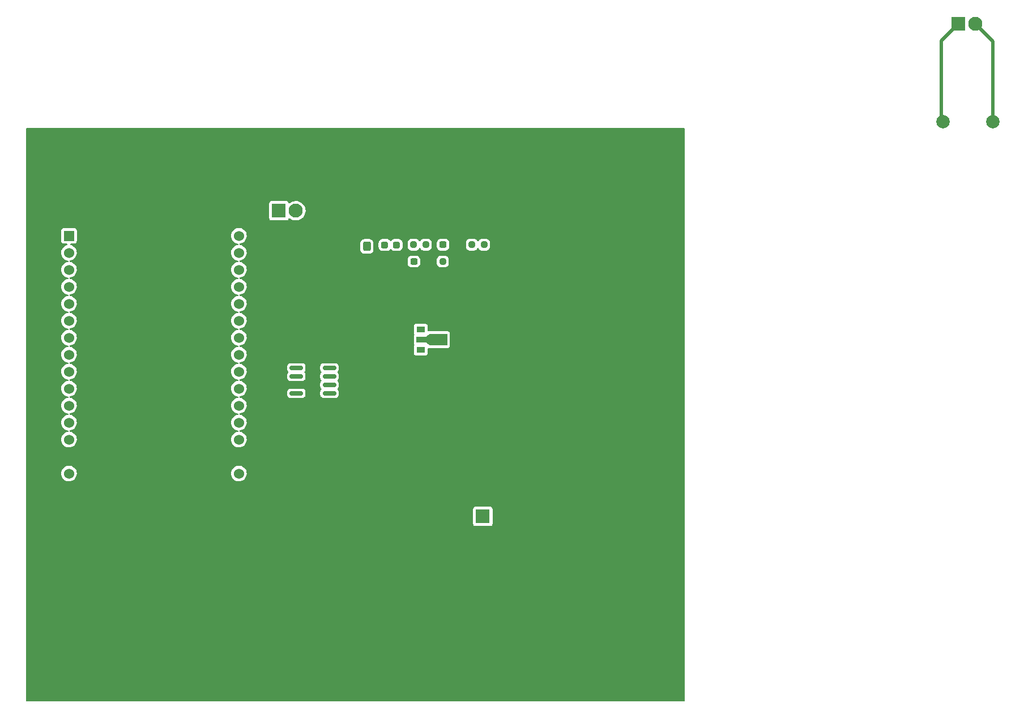
<source format=gbr>
%TF.GenerationSoftware,KiCad,Pcbnew,(6.0.11)*%
%TF.CreationDate,2023-03-07T15:10:14+01:00*%
%TF.ProjectId,ultrasonic speaker,756c7472-6173-46f6-9e69-632073706561,rev?*%
%TF.SameCoordinates,Original*%
%TF.FileFunction,Copper,L1,Top*%
%TF.FilePolarity,Positive*%
%FSLAX46Y46*%
G04 Gerber Fmt 4.6, Leading zero omitted, Abs format (unit mm)*
G04 Created by KiCad (PCBNEW (6.0.11)) date 2023-03-07 15:10:14*
%MOMM*%
%LPD*%
G01*
G04 APERTURE LIST*
G04 Aperture macros list*
%AMRoundRect*
0 Rectangle with rounded corners*
0 $1 Rounding radius*
0 $2 $3 $4 $5 $6 $7 $8 $9 X,Y pos of 4 corners*
0 Add a 4 corners polygon primitive as box body*
4,1,4,$2,$3,$4,$5,$6,$7,$8,$9,$2,$3,0*
0 Add four circle primitives for the rounded corners*
1,1,$1+$1,$2,$3*
1,1,$1+$1,$4,$5*
1,1,$1+$1,$6,$7*
1,1,$1+$1,$8,$9*
0 Add four rect primitives between the rounded corners*
20,1,$1+$1,$2,$3,$4,$5,0*
20,1,$1+$1,$4,$5,$6,$7,0*
20,1,$1+$1,$6,$7,$8,$9,0*
20,1,$1+$1,$8,$9,$2,$3,0*%
%AMFreePoly0*
4,1,10,3.862500,-0.866500,1.250843,-0.866500,1.250861,-0.861585,0.725074,-0.450000,-0.737500,-0.450000,-0.737500,0.450000,0.725074,0.450000,1.257139,0.866500,3.862500,0.866500,3.862500,-0.866500,3.862500,-0.866500,$1*%
G04 Aperture macros list end*
%TA.AperFunction,SMDPad,CuDef*%
%ADD10RoundRect,0.150000X-0.825000X-0.150000X0.825000X-0.150000X0.825000X0.150000X-0.825000X0.150000X0*%
%TD*%
%TA.AperFunction,SMDPad,CuDef*%
%ADD11R,2.290000X3.000000*%
%TD*%
%TA.AperFunction,ComponentPad*%
%ADD12C,2.000000*%
%TD*%
%TA.AperFunction,ComponentPad*%
%ADD13R,2.100000X2.100000*%
%TD*%
%TA.AperFunction,ComponentPad*%
%ADD14C,2.100000*%
%TD*%
%TA.AperFunction,SMDPad,CuDef*%
%ADD15R,1.300000X0.900000*%
%TD*%
%TA.AperFunction,SMDPad,CuDef*%
%ADD16FreePoly0,0.000000*%
%TD*%
%TA.AperFunction,ComponentPad*%
%ADD17R,1.524000X1.524000*%
%TD*%
%TA.AperFunction,ComponentPad*%
%ADD18C,1.524000*%
%TD*%
%TA.AperFunction,SMDPad,CuDef*%
%ADD19RoundRect,0.237500X-0.250000X-0.237500X0.250000X-0.237500X0.250000X0.237500X-0.250000X0.237500X0*%
%TD*%
%TA.AperFunction,SMDPad,CuDef*%
%ADD20RoundRect,0.250000X-0.325000X-0.450000X0.325000X-0.450000X0.325000X0.450000X-0.325000X0.450000X0*%
%TD*%
%TA.AperFunction,SMDPad,CuDef*%
%ADD21RoundRect,0.237500X-0.287500X-0.237500X0.287500X-0.237500X0.287500X0.237500X-0.287500X0.237500X0*%
%TD*%
%TA.AperFunction,SMDPad,CuDef*%
%ADD22RoundRect,0.237500X-0.300000X-0.237500X0.300000X-0.237500X0.300000X0.237500X-0.300000X0.237500X0*%
%TD*%
%TA.AperFunction,Conductor*%
%ADD23C,0.500000*%
%TD*%
G04 APERTURE END LIST*
D10*
%TO.P,U2,1,NC*%
%TO.N,unconnected-(U2-Pad1)*%
X147385000Y-81915000D03*
%TO.P,U2,2,IN_A*%
%TO.N,Net-(U1-Pad24)*%
X147385000Y-83185000D03*
D11*
%TO.P,U2,3,GND*%
%TO.N,GND*%
X149860000Y-83820000D03*
D10*
X147385000Y-84455000D03*
%TO.P,U2,4,IN_B*%
%TO.N,Net-(U1-Pad25)*%
X147385000Y-85725000D03*
%TO.P,U2,5,OUT_B*%
%TO.N,Net-(J1-Pad2)*%
X152335000Y-85725000D03*
%TO.P,U2,6,V+*%
%TO.N,VCC*%
X152335000Y-84455000D03*
%TO.P,U2,7,OUT_A*%
%TO.N,Net-(J1-Pad1)*%
X152335000Y-83185000D03*
%TO.P,U2,8,NC*%
%TO.N,unconnected-(U2-Pad8)*%
X152335000Y-81915000D03*
%TD*%
D12*
%TO.P,LS1,1,1*%
%TO.N,/Ultrasonic Array/power1*%
X244030000Y-45140000D03*
%TO.P,LS1,2,2*%
%TO.N,/Ultrasonic Array/power2*%
X251530000Y-45140000D03*
%TD*%
D13*
%TO.P,J3,1,Pin_1*%
%TO.N,/Ultrasonic Array/power1*%
X246380000Y-30480000D03*
D14*
%TO.P,J3,2,Pin_2*%
%TO.N,/Ultrasonic Array/power2*%
X248920000Y-30480000D03*
%TD*%
D15*
%TO.P,U3,1,ADJ*%
%TO.N,Net-(R1-Pad1)*%
X165990000Y-76200000D03*
D16*
%TO.P,U3,2,VO*%
%TO.N,Net-(C2-Pad1)*%
X166077500Y-77700000D03*
D15*
%TO.P,U3,3,VI*%
%TO.N,VCC*%
X165990000Y-79200000D03*
%TD*%
D17*
%TO.P,U1,1,EN*%
%TO.N,unconnected-(U1-Pad1)*%
X113395527Y-62173929D03*
D18*
%TO.P,U1,2,SENSOR_VP*%
%TO.N,unconnected-(U1-Pad2)*%
X113395527Y-64713929D03*
%TO.P,U1,3,SENSOR_VN*%
%TO.N,unconnected-(U1-Pad3)*%
X113395527Y-67253929D03*
%TO.P,U1,4,IO34*%
%TO.N,unconnected-(U1-Pad4)*%
X113395527Y-69793929D03*
%TO.P,U1,5,IO35*%
%TO.N,unconnected-(U1-Pad5)*%
X113395527Y-72333929D03*
%TO.P,U1,6,IO32*%
%TO.N,unconnected-(U1-Pad6)*%
X113395527Y-74873929D03*
%TO.P,U1,7,IO33*%
%TO.N,unconnected-(U1-Pad7)*%
X113395527Y-77413929D03*
%TO.P,U1,8,IO25*%
%TO.N,unconnected-(U1-Pad8)*%
X113395527Y-79953929D03*
%TO.P,U1,9,IO26*%
%TO.N,unconnected-(U1-Pad9)*%
X113395527Y-82493929D03*
%TO.P,U1,10,IO27*%
%TO.N,unconnected-(U1-Pad10)*%
X113395527Y-85033929D03*
%TO.P,U1,11,IO14*%
%TO.N,unconnected-(U1-Pad11)*%
X113395527Y-87573929D03*
%TO.P,U1,12,IO12*%
%TO.N,unconnected-(U1-Pad12)*%
X113395527Y-90113929D03*
%TO.P,U1,13,IO13*%
%TO.N,unconnected-(U1-Pad13)*%
X113395527Y-92653929D03*
%TO.P,U1,14,GND*%
%TO.N,GND*%
X113395527Y-95193929D03*
%TO.P,U1,15,VIN*%
%TO.N,unconnected-(U1-Pad15)*%
X113395527Y-97733929D03*
%TO.P,U1,16,3V3*%
%TO.N,+3.3V*%
X138795527Y-97733929D03*
%TO.P,U1,17,GND*%
%TO.N,GND*%
X138795527Y-95193929D03*
%TO.P,U1,18,IO15*%
%TO.N,unconnected-(U1-Pad18)*%
X138795527Y-92653929D03*
%TO.P,U1,19,IO2*%
%TO.N,unconnected-(U1-Pad19)*%
X138795527Y-90113929D03*
%TO.P,U1,20,IO4*%
%TO.N,unconnected-(U1-Pad20)*%
X138795527Y-87573929D03*
%TO.P,U1,21,IO16*%
%TO.N,unconnected-(U1-Pad21)*%
X138795527Y-85033929D03*
%TO.P,U1,22,IO17*%
%TO.N,unconnected-(U1-Pad22)*%
X138795527Y-82493929D03*
%TO.P,U1,23,IO5*%
%TO.N,unconnected-(U1-Pad23)*%
X138795527Y-79953929D03*
%TO.P,U1,24,IO18*%
%TO.N,Net-(U1-Pad24)*%
X138795527Y-77413929D03*
%TO.P,U1,25,IO19*%
%TO.N,Net-(U1-Pad25)*%
X138795527Y-74873929D03*
%TO.P,U1,26,IO21*%
%TO.N,unconnected-(U1-Pad26)*%
X138795527Y-72333929D03*
%TO.P,U1,27,RXD0/IO3*%
%TO.N,unconnected-(U1-Pad27)*%
X138795527Y-69793929D03*
%TO.P,U1,28,TXD0/IO1*%
%TO.N,unconnected-(U1-Pad28)*%
X138795527Y-67253929D03*
%TO.P,U1,29,IO22*%
%TO.N,unconnected-(U1-Pad29)*%
X138795527Y-64713929D03*
%TO.P,U1,30,IO23*%
%TO.N,unconnected-(U1-Pad30)*%
X138795527Y-62173929D03*
%TD*%
D19*
%TO.P,R3,2*%
%TO.N,Net-(D2-Pad2)*%
X175442500Y-63500000D03*
%TO.P,R3,1*%
%TO.N,Net-(C2-Pad1)*%
X173617500Y-63500000D03*
%TD*%
%TO.P,R2,1*%
%TO.N,Net-(C2-Pad1)*%
X164917500Y-63500000D03*
%TO.P,R2,2*%
%TO.N,Net-(R1-Pad1)*%
X166742500Y-63500000D03*
%TD*%
%TO.P,R1,1*%
%TO.N,Net-(R1-Pad1)*%
X169267500Y-66010000D03*
%TO.P,R1,2*%
%TO.N,GND*%
X171092500Y-66010000D03*
%TD*%
D13*
%TO.P,J2,1,Pin_1*%
%TO.N,VCC*%
X175260000Y-104140000D03*
D14*
%TO.P,J2,2,Pin_2*%
%TO.N,GND*%
X177800000Y-104140000D03*
%TD*%
D13*
%TO.P,J1,1,Pin_1*%
%TO.N,Net-(J1-Pad1)*%
X144780000Y-58420000D03*
D14*
%TO.P,J1,2,Pin_2*%
%TO.N,Net-(J1-Pad2)*%
X147320000Y-58420000D03*
%TD*%
D20*
%TO.P,D2,1,K*%
%TO.N,GND*%
X155870000Y-63765000D03*
%TO.P,D2,2,A*%
%TO.N,Net-(D2-Pad2)*%
X157920000Y-63765000D03*
%TD*%
D21*
%TO.P,D1,2,A*%
%TO.N,Net-(C2-Pad1)*%
X162360000Y-63540000D03*
%TO.P,D1,1,K*%
%TO.N,+3.3V*%
X160610000Y-63540000D03*
%TD*%
D22*
%TO.P,C2,1*%
%TO.N,Net-(C2-Pad1)*%
X164967500Y-66010000D03*
%TO.P,C2,2*%
%TO.N,GND*%
X166692500Y-66010000D03*
%TD*%
%TO.P,C1,1*%
%TO.N,VCC*%
X169317500Y-63500000D03*
%TO.P,C1,2*%
%TO.N,GND*%
X171042500Y-63500000D03*
%TD*%
D23*
%TO.N,/Ultrasonic Array/power2*%
X251530000Y-45140000D02*
X251530000Y-33090000D01*
X251530000Y-33090000D02*
X248920000Y-30480000D01*
%TO.N,/Ultrasonic Array/power1*%
X244030000Y-45140000D02*
X243840000Y-44950000D01*
X243840000Y-44950000D02*
X243840000Y-33020000D01*
X243840000Y-33020000D02*
X246380000Y-30480000D01*
%TD*%
%TA.AperFunction,Conductor*%
%TO.N,GND*%
G36*
X205381621Y-46040502D02*
G01*
X205428114Y-46094158D01*
X205439500Y-46146500D01*
X205439500Y-131653500D01*
X205419498Y-131721621D01*
X205365842Y-131768114D01*
X205313500Y-131779500D01*
X107106500Y-131779500D01*
X107038379Y-131759498D01*
X106991886Y-131705842D01*
X106980500Y-131653500D01*
X106980500Y-103058481D01*
X173809500Y-103058481D01*
X173809501Y-105221518D01*
X173824354Y-105315304D01*
X173881950Y-105428342D01*
X173971658Y-105518050D01*
X174084696Y-105575646D01*
X174094485Y-105577196D01*
X174094487Y-105577197D01*
X174121849Y-105581530D01*
X174178481Y-105590500D01*
X175259781Y-105590500D01*
X176341518Y-105590499D01*
X176346412Y-105589724D01*
X176425506Y-105577198D01*
X176425508Y-105577197D01*
X176435304Y-105575646D01*
X176548342Y-105518050D01*
X176638050Y-105428342D01*
X176695646Y-105315304D01*
X176710500Y-105221519D01*
X176710499Y-103058482D01*
X176695646Y-102964696D01*
X176638050Y-102851658D01*
X176548342Y-102761950D01*
X176435304Y-102704354D01*
X176425515Y-102702804D01*
X176425513Y-102702803D01*
X176398151Y-102698470D01*
X176341519Y-102689500D01*
X175260219Y-102689500D01*
X174178482Y-102689501D01*
X174173589Y-102690276D01*
X174173588Y-102690276D01*
X174094494Y-102702802D01*
X174094492Y-102702803D01*
X174084696Y-102704354D01*
X173971658Y-102761950D01*
X173881950Y-102851658D01*
X173824354Y-102964696D01*
X173809500Y-103058481D01*
X106980500Y-103058481D01*
X106980500Y-97703368D01*
X112228447Y-97703368D01*
X112242421Y-97916563D01*
X112295012Y-98123642D01*
X112384460Y-98317669D01*
X112507768Y-98492147D01*
X112660808Y-98641231D01*
X112838454Y-98759930D01*
X112843757Y-98762208D01*
X112843760Y-98762210D01*
X113029449Y-98841988D01*
X113034756Y-98844268D01*
X113136520Y-98867295D01*
X113237504Y-98890146D01*
X113237507Y-98890146D01*
X113243140Y-98891421D01*
X113248911Y-98891648D01*
X113248913Y-98891648D01*
X113313890Y-98894201D01*
X113456628Y-98899809D01*
X113562349Y-98884480D01*
X113662356Y-98869980D01*
X113662361Y-98869979D01*
X113668070Y-98869151D01*
X113673534Y-98867296D01*
X113673539Y-98867295D01*
X113864916Y-98802331D01*
X113870384Y-98800475D01*
X114056795Y-98696080D01*
X114221060Y-98559462D01*
X114357678Y-98395197D01*
X114462073Y-98208786D01*
X114530749Y-98006472D01*
X114543786Y-97916563D01*
X114560874Y-97798704D01*
X114561407Y-97795030D01*
X114563007Y-97733929D01*
X114560199Y-97703368D01*
X137628447Y-97703368D01*
X137642421Y-97916563D01*
X137695012Y-98123642D01*
X137784460Y-98317669D01*
X137907768Y-98492147D01*
X138060808Y-98641231D01*
X138238454Y-98759930D01*
X138243757Y-98762208D01*
X138243760Y-98762210D01*
X138429449Y-98841988D01*
X138434756Y-98844268D01*
X138536520Y-98867295D01*
X138637504Y-98890146D01*
X138637507Y-98890146D01*
X138643140Y-98891421D01*
X138648911Y-98891648D01*
X138648913Y-98891648D01*
X138713890Y-98894201D01*
X138856628Y-98899809D01*
X138962349Y-98884480D01*
X139062356Y-98869980D01*
X139062361Y-98869979D01*
X139068070Y-98869151D01*
X139073534Y-98867296D01*
X139073539Y-98867295D01*
X139264916Y-98802331D01*
X139270384Y-98800475D01*
X139456795Y-98696080D01*
X139621060Y-98559462D01*
X139757678Y-98395197D01*
X139862073Y-98208786D01*
X139930749Y-98006472D01*
X139943786Y-97916563D01*
X139960874Y-97798704D01*
X139961407Y-97795030D01*
X139963007Y-97733929D01*
X139943457Y-97521173D01*
X139936619Y-97496925D01*
X139887031Y-97321101D01*
X139887030Y-97321099D01*
X139885463Y-97315542D01*
X139874189Y-97292679D01*
X139793522Y-97129103D01*
X139790967Y-97123922D01*
X139771666Y-97098074D01*
X139666587Y-96957356D01*
X139666586Y-96957355D01*
X139663134Y-96952732D01*
X139658898Y-96948816D01*
X139510484Y-96811624D01*
X139510481Y-96811622D01*
X139506244Y-96807705D01*
X139325552Y-96693697D01*
X139127109Y-96614526D01*
X139121452Y-96613401D01*
X139121446Y-96613399D01*
X138923230Y-96573972D01*
X138923226Y-96573972D01*
X138917562Y-96572845D01*
X138911787Y-96572769D01*
X138911783Y-96572769D01*
X138804524Y-96571365D01*
X138703928Y-96570048D01*
X138698231Y-96571027D01*
X138698230Y-96571027D01*
X138499058Y-96605251D01*
X138493361Y-96606230D01*
X138292914Y-96680179D01*
X138287953Y-96683131D01*
X138287952Y-96683131D01*
X138114267Y-96786462D01*
X138114264Y-96786464D01*
X138109299Y-96789418D01*
X138104959Y-96793224D01*
X138104955Y-96793227D01*
X137953008Y-96926482D01*
X137948667Y-96930289D01*
X137816396Y-97098074D01*
X137813707Y-97103185D01*
X137813705Y-97103188D01*
X137800071Y-97129103D01*
X137716916Y-97287154D01*
X137715202Y-97292675D01*
X137715200Y-97292679D01*
X137709710Y-97310362D01*
X137653559Y-97491196D01*
X137628447Y-97703368D01*
X114560199Y-97703368D01*
X114543457Y-97521173D01*
X114536619Y-97496925D01*
X114487031Y-97321101D01*
X114487030Y-97321099D01*
X114485463Y-97315542D01*
X114474189Y-97292679D01*
X114393522Y-97129103D01*
X114390967Y-97123922D01*
X114371666Y-97098074D01*
X114266587Y-96957356D01*
X114266586Y-96957355D01*
X114263134Y-96952732D01*
X114258898Y-96948816D01*
X114110484Y-96811624D01*
X114110481Y-96811622D01*
X114106244Y-96807705D01*
X113925552Y-96693697D01*
X113727109Y-96614526D01*
X113721452Y-96613401D01*
X113721446Y-96613399D01*
X113523230Y-96573972D01*
X113523226Y-96573972D01*
X113517562Y-96572845D01*
X113511787Y-96572769D01*
X113511783Y-96572769D01*
X113404524Y-96571365D01*
X113303928Y-96570048D01*
X113298231Y-96571027D01*
X113298230Y-96571027D01*
X113099058Y-96605251D01*
X113093361Y-96606230D01*
X112892914Y-96680179D01*
X112887953Y-96683131D01*
X112887952Y-96683131D01*
X112714267Y-96786462D01*
X112714264Y-96786464D01*
X112709299Y-96789418D01*
X112704959Y-96793224D01*
X112704955Y-96793227D01*
X112553008Y-96926482D01*
X112548667Y-96930289D01*
X112416396Y-97098074D01*
X112413707Y-97103185D01*
X112413705Y-97103188D01*
X112400071Y-97129103D01*
X112316916Y-97287154D01*
X112315202Y-97292675D01*
X112315200Y-97292679D01*
X112309710Y-97310362D01*
X112253559Y-97491196D01*
X112228447Y-97703368D01*
X106980500Y-97703368D01*
X106980500Y-92623368D01*
X112228447Y-92623368D01*
X112242421Y-92836563D01*
X112295012Y-93043642D01*
X112384460Y-93237669D01*
X112507768Y-93412147D01*
X112660808Y-93561231D01*
X112838454Y-93679930D01*
X112843757Y-93682208D01*
X112843760Y-93682210D01*
X113029449Y-93761988D01*
X113034756Y-93764268D01*
X113136520Y-93787295D01*
X113237504Y-93810146D01*
X113237507Y-93810146D01*
X113243140Y-93811421D01*
X113248911Y-93811648D01*
X113248913Y-93811648D01*
X113313890Y-93814201D01*
X113456628Y-93819809D01*
X113562349Y-93804480D01*
X113662356Y-93789980D01*
X113662361Y-93789979D01*
X113668070Y-93789151D01*
X113673534Y-93787296D01*
X113673539Y-93787295D01*
X113864916Y-93722331D01*
X113870384Y-93720475D01*
X114056795Y-93616080D01*
X114221060Y-93479462D01*
X114357678Y-93315197D01*
X114462073Y-93128786D01*
X114530749Y-92926472D01*
X114543786Y-92836563D01*
X114560874Y-92718704D01*
X114561407Y-92715030D01*
X114563007Y-92653929D01*
X114560199Y-92623368D01*
X137628447Y-92623368D01*
X137642421Y-92836563D01*
X137695012Y-93043642D01*
X137784460Y-93237669D01*
X137907768Y-93412147D01*
X138060808Y-93561231D01*
X138238454Y-93679930D01*
X138243757Y-93682208D01*
X138243760Y-93682210D01*
X138429449Y-93761988D01*
X138434756Y-93764268D01*
X138536520Y-93787295D01*
X138637504Y-93810146D01*
X138637507Y-93810146D01*
X138643140Y-93811421D01*
X138648911Y-93811648D01*
X138648913Y-93811648D01*
X138713890Y-93814201D01*
X138856628Y-93819809D01*
X138962349Y-93804480D01*
X139062356Y-93789980D01*
X139062361Y-93789979D01*
X139068070Y-93789151D01*
X139073534Y-93787296D01*
X139073539Y-93787295D01*
X139264916Y-93722331D01*
X139270384Y-93720475D01*
X139456795Y-93616080D01*
X139621060Y-93479462D01*
X139757678Y-93315197D01*
X139862073Y-93128786D01*
X139930749Y-92926472D01*
X139943786Y-92836563D01*
X139960874Y-92718704D01*
X139961407Y-92715030D01*
X139963007Y-92653929D01*
X139943457Y-92441173D01*
X139936619Y-92416925D01*
X139887031Y-92241101D01*
X139887030Y-92241099D01*
X139885463Y-92235542D01*
X139874189Y-92212679D01*
X139793522Y-92049103D01*
X139790967Y-92043922D01*
X139771666Y-92018074D01*
X139666587Y-91877356D01*
X139666586Y-91877355D01*
X139663134Y-91872732D01*
X139658898Y-91868816D01*
X139510484Y-91731624D01*
X139510481Y-91731622D01*
X139506244Y-91727705D01*
X139325552Y-91613697D01*
X139127109Y-91534526D01*
X139065720Y-91522315D01*
X138991597Y-91507571D01*
X138928688Y-91474663D01*
X138893556Y-91412968D01*
X138897356Y-91342074D01*
X138938882Y-91284488D01*
X138998097Y-91259297D01*
X139068070Y-91249151D01*
X139073534Y-91247296D01*
X139073539Y-91247295D01*
X139264916Y-91182331D01*
X139270384Y-91180475D01*
X139456795Y-91076080D01*
X139621060Y-90939462D01*
X139757678Y-90775197D01*
X139862073Y-90588786D01*
X139930749Y-90386472D01*
X139943786Y-90296563D01*
X139960874Y-90178704D01*
X139961407Y-90175030D01*
X139963007Y-90113929D01*
X139943457Y-89901173D01*
X139936619Y-89876925D01*
X139887031Y-89701101D01*
X139887030Y-89701099D01*
X139885463Y-89695542D01*
X139874189Y-89672679D01*
X139793522Y-89509103D01*
X139790967Y-89503922D01*
X139771666Y-89478074D01*
X139666587Y-89337356D01*
X139666586Y-89337355D01*
X139663134Y-89332732D01*
X139658898Y-89328816D01*
X139510484Y-89191624D01*
X139510481Y-89191622D01*
X139506244Y-89187705D01*
X139325552Y-89073697D01*
X139127109Y-88994526D01*
X139065720Y-88982315D01*
X138991597Y-88967571D01*
X138928688Y-88934663D01*
X138893556Y-88872968D01*
X138897356Y-88802074D01*
X138938882Y-88744488D01*
X138998097Y-88719297D01*
X139068070Y-88709151D01*
X139073534Y-88707296D01*
X139073539Y-88707295D01*
X139264916Y-88642331D01*
X139270384Y-88640475D01*
X139456795Y-88536080D01*
X139621060Y-88399462D01*
X139757678Y-88235197D01*
X139862073Y-88048786D01*
X139930749Y-87846472D01*
X139943786Y-87756563D01*
X139960874Y-87638704D01*
X139961407Y-87635030D01*
X139963007Y-87573929D01*
X139943457Y-87361173D01*
X139936619Y-87336925D01*
X139887031Y-87161101D01*
X139887030Y-87161099D01*
X139885463Y-87155542D01*
X139874189Y-87132679D01*
X139793522Y-86969103D01*
X139790967Y-86963922D01*
X139771666Y-86938074D01*
X139666587Y-86797356D01*
X139666586Y-86797355D01*
X139663134Y-86792732D01*
X139658898Y-86788816D01*
X139510484Y-86651624D01*
X139510481Y-86651622D01*
X139506244Y-86647705D01*
X139325552Y-86533697D01*
X139127109Y-86454526D01*
X139065720Y-86442315D01*
X138991597Y-86427571D01*
X138928688Y-86394663D01*
X138893556Y-86332968D01*
X138897356Y-86262074D01*
X138938882Y-86204488D01*
X138998097Y-86179297D01*
X139068070Y-86169151D01*
X139073534Y-86167296D01*
X139073539Y-86167295D01*
X139264916Y-86102331D01*
X139270384Y-86100475D01*
X139456795Y-85996080D01*
X139550950Y-85917772D01*
X146009500Y-85917772D01*
X146020364Y-86007547D01*
X146075887Y-86147783D01*
X146167078Y-86267922D01*
X146287217Y-86359113D01*
X146350832Y-86384300D01*
X146419923Y-86411655D01*
X146419925Y-86411656D01*
X146427453Y-86414636D01*
X146517228Y-86425500D01*
X148252772Y-86425500D01*
X148342547Y-86414636D01*
X148350075Y-86411656D01*
X148350077Y-86411655D01*
X148419168Y-86384300D01*
X148482783Y-86359113D01*
X148602922Y-86267922D01*
X148694113Y-86147783D01*
X148749636Y-86007547D01*
X148760500Y-85917772D01*
X150959500Y-85917772D01*
X150970364Y-86007547D01*
X151025887Y-86147783D01*
X151117078Y-86267922D01*
X151237217Y-86359113D01*
X151300832Y-86384300D01*
X151369923Y-86411655D01*
X151369925Y-86411656D01*
X151377453Y-86414636D01*
X151467228Y-86425500D01*
X153202772Y-86425500D01*
X153292547Y-86414636D01*
X153300075Y-86411656D01*
X153300077Y-86411655D01*
X153369168Y-86384300D01*
X153432783Y-86359113D01*
X153552922Y-86267922D01*
X153644113Y-86147783D01*
X153699636Y-86007547D01*
X153710500Y-85917772D01*
X153710500Y-85532228D01*
X153699636Y-85442453D01*
X153694266Y-85428888D01*
X153647275Y-85310204D01*
X153644113Y-85302217D01*
X153552922Y-85182078D01*
X153547796Y-85178187D01*
X153514266Y-85116783D01*
X153519331Y-85045968D01*
X153547625Y-85001942D01*
X153552922Y-84997922D01*
X153644113Y-84877783D01*
X153699636Y-84737547D01*
X153710500Y-84647772D01*
X153710500Y-84262228D01*
X153699636Y-84172453D01*
X153644113Y-84032217D01*
X153552922Y-83912078D01*
X153547796Y-83908187D01*
X153514266Y-83846783D01*
X153519331Y-83775968D01*
X153547625Y-83731942D01*
X153552922Y-83727922D01*
X153644113Y-83607783D01*
X153699636Y-83467547D01*
X153710500Y-83377772D01*
X153710500Y-82992228D01*
X153699636Y-82902453D01*
X153694266Y-82888888D01*
X153647275Y-82770204D01*
X153644113Y-82762217D01*
X153552922Y-82642078D01*
X153547796Y-82638187D01*
X153514266Y-82576783D01*
X153519331Y-82505968D01*
X153547625Y-82461942D01*
X153552922Y-82457922D01*
X153644113Y-82337783D01*
X153699636Y-82197547D01*
X153710500Y-82107772D01*
X153710500Y-81722228D01*
X153699636Y-81632453D01*
X153644113Y-81492217D01*
X153552922Y-81372078D01*
X153432783Y-81280887D01*
X153362267Y-81252968D01*
X153300077Y-81228345D01*
X153300075Y-81228344D01*
X153292547Y-81225364D01*
X153202772Y-81214500D01*
X151467228Y-81214500D01*
X151377453Y-81225364D01*
X151369925Y-81228344D01*
X151369923Y-81228345D01*
X151307733Y-81252968D01*
X151237217Y-81280887D01*
X151117078Y-81372078D01*
X151025887Y-81492217D01*
X150970364Y-81632453D01*
X150959500Y-81722228D01*
X150959500Y-82107772D01*
X150970364Y-82197547D01*
X151025887Y-82337783D01*
X151117078Y-82457922D01*
X151122204Y-82461813D01*
X151155734Y-82523217D01*
X151150669Y-82594032D01*
X151122375Y-82638058D01*
X151117078Y-82642078D01*
X151025887Y-82762217D01*
X151022725Y-82770204D01*
X150975735Y-82888888D01*
X150970364Y-82902453D01*
X150959500Y-82992228D01*
X150959500Y-83377772D01*
X150970364Y-83467547D01*
X151025887Y-83607783D01*
X151117078Y-83727922D01*
X151122204Y-83731813D01*
X151155734Y-83793217D01*
X151150669Y-83864032D01*
X151122375Y-83908058D01*
X151117078Y-83912078D01*
X151025887Y-84032217D01*
X150970364Y-84172453D01*
X150959500Y-84262228D01*
X150959500Y-84647772D01*
X150970364Y-84737547D01*
X151025887Y-84877783D01*
X151117078Y-84997922D01*
X151122204Y-85001813D01*
X151155734Y-85063217D01*
X151150669Y-85134032D01*
X151122375Y-85178058D01*
X151117078Y-85182078D01*
X151025887Y-85302217D01*
X151022725Y-85310204D01*
X150975735Y-85428888D01*
X150970364Y-85442453D01*
X150959500Y-85532228D01*
X150959500Y-85917772D01*
X148760500Y-85917772D01*
X148760500Y-85532228D01*
X148749636Y-85442453D01*
X148744266Y-85428888D01*
X148697275Y-85310204D01*
X148694113Y-85302217D01*
X148602922Y-85182078D01*
X148482783Y-85090887D01*
X148369330Y-85045968D01*
X148350077Y-85038345D01*
X148350075Y-85038344D01*
X148342547Y-85035364D01*
X148252772Y-85024500D01*
X146517228Y-85024500D01*
X146427453Y-85035364D01*
X146419925Y-85038344D01*
X146419923Y-85038345D01*
X146400670Y-85045968D01*
X146287217Y-85090887D01*
X146167078Y-85182078D01*
X146075887Y-85302217D01*
X146072725Y-85310204D01*
X146025735Y-85428888D01*
X146020364Y-85442453D01*
X146009500Y-85532228D01*
X146009500Y-85917772D01*
X139550950Y-85917772D01*
X139621060Y-85859462D01*
X139757678Y-85695197D01*
X139862073Y-85508786D01*
X139930749Y-85306472D01*
X139943786Y-85216563D01*
X139960874Y-85098704D01*
X139961407Y-85095030D01*
X139963007Y-85033929D01*
X139943457Y-84821173D01*
X139936619Y-84796925D01*
X139887031Y-84621101D01*
X139887030Y-84621099D01*
X139885463Y-84615542D01*
X139874189Y-84592679D01*
X139793522Y-84429103D01*
X139790967Y-84423922D01*
X139771666Y-84398074D01*
X139666587Y-84257356D01*
X139666586Y-84257355D01*
X139663134Y-84252732D01*
X139658898Y-84248816D01*
X139510484Y-84111624D01*
X139510481Y-84111622D01*
X139506244Y-84107705D01*
X139325552Y-83993697D01*
X139127109Y-83914526D01*
X139065720Y-83902315D01*
X138991597Y-83887571D01*
X138928688Y-83854663D01*
X138893556Y-83792968D01*
X138897356Y-83722074D01*
X138938882Y-83664488D01*
X138998097Y-83639297D01*
X139068070Y-83629151D01*
X139073534Y-83627296D01*
X139073539Y-83627295D01*
X139264916Y-83562331D01*
X139270384Y-83560475D01*
X139456795Y-83456080D01*
X139550950Y-83377772D01*
X146009500Y-83377772D01*
X146020364Y-83467547D01*
X146075887Y-83607783D01*
X146167078Y-83727922D01*
X146287217Y-83819113D01*
X146350832Y-83844300D01*
X146419923Y-83871655D01*
X146419925Y-83871656D01*
X146427453Y-83874636D01*
X146517228Y-83885500D01*
X148252772Y-83885500D01*
X148342547Y-83874636D01*
X148350075Y-83871656D01*
X148350077Y-83871655D01*
X148419168Y-83844300D01*
X148482783Y-83819113D01*
X148602922Y-83727922D01*
X148694113Y-83607783D01*
X148749636Y-83467547D01*
X148760500Y-83377772D01*
X148760500Y-82992228D01*
X148749636Y-82902453D01*
X148744266Y-82888888D01*
X148697275Y-82770204D01*
X148694113Y-82762217D01*
X148602922Y-82642078D01*
X148597796Y-82638187D01*
X148564266Y-82576783D01*
X148569331Y-82505968D01*
X148597625Y-82461942D01*
X148602922Y-82457922D01*
X148694113Y-82337783D01*
X148749636Y-82197547D01*
X148760500Y-82107772D01*
X148760500Y-81722228D01*
X148749636Y-81632453D01*
X148694113Y-81492217D01*
X148602922Y-81372078D01*
X148482783Y-81280887D01*
X148412267Y-81252968D01*
X148350077Y-81228345D01*
X148350075Y-81228344D01*
X148342547Y-81225364D01*
X148252772Y-81214500D01*
X146517228Y-81214500D01*
X146427453Y-81225364D01*
X146419925Y-81228344D01*
X146419923Y-81228345D01*
X146357733Y-81252968D01*
X146287217Y-81280887D01*
X146167078Y-81372078D01*
X146075887Y-81492217D01*
X146020364Y-81632453D01*
X146009500Y-81722228D01*
X146009500Y-82107772D01*
X146020364Y-82197547D01*
X146075887Y-82337783D01*
X146167078Y-82457922D01*
X146172204Y-82461813D01*
X146205734Y-82523217D01*
X146200669Y-82594032D01*
X146172375Y-82638058D01*
X146167078Y-82642078D01*
X146075887Y-82762217D01*
X146072725Y-82770204D01*
X146025735Y-82888888D01*
X146020364Y-82902453D01*
X146009500Y-82992228D01*
X146009500Y-83377772D01*
X139550950Y-83377772D01*
X139621060Y-83319462D01*
X139757678Y-83155197D01*
X139862073Y-82968786D01*
X139930749Y-82766472D01*
X139943786Y-82676563D01*
X139960874Y-82558704D01*
X139961407Y-82555030D01*
X139963007Y-82493929D01*
X139943457Y-82281173D01*
X139936619Y-82256925D01*
X139887031Y-82081101D01*
X139887030Y-82081099D01*
X139885463Y-82075542D01*
X139874189Y-82052679D01*
X139793522Y-81889103D01*
X139790967Y-81883922D01*
X139771666Y-81858074D01*
X139666587Y-81717356D01*
X139666586Y-81717355D01*
X139663134Y-81712732D01*
X139658898Y-81708816D01*
X139510484Y-81571624D01*
X139510481Y-81571622D01*
X139506244Y-81567705D01*
X139325552Y-81453697D01*
X139127109Y-81374526D01*
X139065720Y-81362315D01*
X138991597Y-81347571D01*
X138928688Y-81314663D01*
X138893556Y-81252968D01*
X138897356Y-81182074D01*
X138938882Y-81124488D01*
X138998097Y-81099297D01*
X139068070Y-81089151D01*
X139073534Y-81087296D01*
X139073539Y-81087295D01*
X139264916Y-81022331D01*
X139270384Y-81020475D01*
X139456795Y-80916080D01*
X139621060Y-80779462D01*
X139757678Y-80615197D01*
X139862073Y-80428786D01*
X139930749Y-80226472D01*
X139943786Y-80136563D01*
X139956376Y-80049725D01*
X139961407Y-80015030D01*
X139963007Y-79953929D01*
X139950794Y-79821023D01*
X139943986Y-79746927D01*
X139943985Y-79746924D01*
X139943457Y-79741173D01*
X139936619Y-79716925D01*
X139887031Y-79541101D01*
X139887030Y-79541099D01*
X139885463Y-79535542D01*
X139874189Y-79512679D01*
X139793522Y-79349103D01*
X139790967Y-79343922D01*
X139771666Y-79318074D01*
X139666587Y-79177356D01*
X139666586Y-79177355D01*
X139663134Y-79172732D01*
X139658898Y-79168816D01*
X139510484Y-79031624D01*
X139510481Y-79031622D01*
X139506244Y-79027705D01*
X139325552Y-78913697D01*
X139127109Y-78834526D01*
X139065720Y-78822315D01*
X138991597Y-78807571D01*
X138928688Y-78774663D01*
X138893556Y-78712968D01*
X138897356Y-78642074D01*
X138938882Y-78584488D01*
X138998097Y-78559297D01*
X139068070Y-78549151D01*
X139073534Y-78547296D01*
X139073539Y-78547295D01*
X139264916Y-78482331D01*
X139270384Y-78480475D01*
X139456795Y-78376080D01*
X139621060Y-78239462D01*
X139695465Y-78150000D01*
X164934508Y-78150000D01*
X164954354Y-78275304D01*
X164958855Y-78284137D01*
X165011950Y-78388342D01*
X165009691Y-78389493D01*
X165028714Y-78442802D01*
X165012933Y-78510675D01*
X165011950Y-78511658D01*
X164954354Y-78624696D01*
X164952804Y-78634485D01*
X164952803Y-78634487D01*
X164948927Y-78658959D01*
X164939500Y-78718481D01*
X164939501Y-79681518D01*
X164940276Y-79686409D01*
X164940276Y-79686412D01*
X164948949Y-79741173D01*
X164954354Y-79775304D01*
X165011950Y-79888342D01*
X165101658Y-79978050D01*
X165214696Y-80035646D01*
X165224485Y-80037196D01*
X165224487Y-80037197D01*
X165251849Y-80041530D01*
X165308481Y-80050500D01*
X165989862Y-80050500D01*
X166671518Y-80050499D01*
X166676412Y-80049724D01*
X166755506Y-80037198D01*
X166755508Y-80037197D01*
X166765304Y-80035646D01*
X166878342Y-79978050D01*
X166968050Y-79888342D01*
X167025646Y-79775304D01*
X167030141Y-79746927D01*
X167034892Y-79716925D01*
X167040500Y-79681519D01*
X167040499Y-79071126D01*
X167060501Y-79003006D01*
X167114157Y-78956513D01*
X167184430Y-78946409D01*
X167197951Y-78949553D01*
X167203039Y-78952146D01*
X167212828Y-78953696D01*
X167212830Y-78953697D01*
X167230611Y-78956513D01*
X167328343Y-78971992D01*
X169940000Y-78971992D01*
X170037732Y-78956513D01*
X170055513Y-78953697D01*
X170055515Y-78953696D01*
X170065304Y-78952146D01*
X170178342Y-78894550D01*
X170268050Y-78804842D01*
X170325646Y-78691804D01*
X170345492Y-78566500D01*
X170345492Y-76833500D01*
X170325646Y-76708196D01*
X170268050Y-76595158D01*
X170178342Y-76505450D01*
X170065304Y-76447854D01*
X170055515Y-76446304D01*
X170055513Y-76446303D01*
X170016766Y-76440166D01*
X169940000Y-76428008D01*
X167334639Y-76428008D01*
X167330987Y-76428073D01*
X167325618Y-76428169D01*
X167325613Y-76428169D01*
X167320107Y-76428268D01*
X167314697Y-76429325D01*
X167314696Y-76429325D01*
X167195595Y-76452593D01*
X167195095Y-76450035D01*
X167138861Y-76453664D01*
X167076787Y-76419206D01*
X167043196Y-76356659D01*
X167040500Y-76330733D01*
X167040499Y-75723437D01*
X167040499Y-75718482D01*
X167025646Y-75624696D01*
X166968050Y-75511658D01*
X166878342Y-75421950D01*
X166765304Y-75364354D01*
X166755515Y-75362804D01*
X166755513Y-75362803D01*
X166728151Y-75358470D01*
X166671519Y-75349500D01*
X165990138Y-75349500D01*
X165308482Y-75349501D01*
X165303589Y-75350276D01*
X165303588Y-75350276D01*
X165224494Y-75362802D01*
X165224492Y-75362803D01*
X165214696Y-75364354D01*
X165101658Y-75421950D01*
X165011950Y-75511658D01*
X164954354Y-75624696D01*
X164939500Y-75718481D01*
X164939501Y-76681518D01*
X164940276Y-76686411D01*
X164940276Y-76686412D01*
X164945277Y-76717987D01*
X164954354Y-76775304D01*
X164958857Y-76784141D01*
X164958857Y-76784142D01*
X165011950Y-76888342D01*
X165009691Y-76889493D01*
X165028714Y-76942802D01*
X165012933Y-77010675D01*
X165011950Y-77011658D01*
X164954354Y-77124696D01*
X164934508Y-77250000D01*
X164934508Y-78150000D01*
X139695465Y-78150000D01*
X139757678Y-78075197D01*
X139862073Y-77888786D01*
X139930749Y-77686472D01*
X139943786Y-77596563D01*
X139960874Y-77478704D01*
X139961407Y-77475030D01*
X139963007Y-77413929D01*
X139943457Y-77201173D01*
X139936619Y-77176925D01*
X139887031Y-77001101D01*
X139887030Y-77001099D01*
X139885463Y-76995542D01*
X139874189Y-76972679D01*
X139793522Y-76809103D01*
X139790967Y-76803922D01*
X139771666Y-76778074D01*
X139666587Y-76637356D01*
X139666586Y-76637355D01*
X139663134Y-76632732D01*
X139658898Y-76628816D01*
X139510484Y-76491624D01*
X139510481Y-76491622D01*
X139506244Y-76487705D01*
X139325552Y-76373697D01*
X139127109Y-76294526D01*
X139065720Y-76282315D01*
X138991597Y-76267571D01*
X138928688Y-76234663D01*
X138893556Y-76172968D01*
X138897356Y-76102074D01*
X138938882Y-76044488D01*
X138998097Y-76019297D01*
X139068070Y-76009151D01*
X139073534Y-76007296D01*
X139073539Y-76007295D01*
X139264916Y-75942331D01*
X139270384Y-75940475D01*
X139456795Y-75836080D01*
X139621060Y-75699462D01*
X139757678Y-75535197D01*
X139862073Y-75348786D01*
X139930749Y-75146472D01*
X139943786Y-75056563D01*
X139960874Y-74938704D01*
X139961407Y-74935030D01*
X139963007Y-74873929D01*
X139943457Y-74661173D01*
X139936619Y-74636925D01*
X139887031Y-74461101D01*
X139887030Y-74461099D01*
X139885463Y-74455542D01*
X139874189Y-74432679D01*
X139793522Y-74269103D01*
X139790967Y-74263922D01*
X139771666Y-74238074D01*
X139666587Y-74097356D01*
X139666586Y-74097355D01*
X139663134Y-74092732D01*
X139658898Y-74088816D01*
X139510484Y-73951624D01*
X139510481Y-73951622D01*
X139506244Y-73947705D01*
X139325552Y-73833697D01*
X139127109Y-73754526D01*
X139065720Y-73742315D01*
X138991597Y-73727571D01*
X138928688Y-73694663D01*
X138893556Y-73632968D01*
X138897356Y-73562074D01*
X138938882Y-73504488D01*
X138998097Y-73479297D01*
X139068070Y-73469151D01*
X139073534Y-73467296D01*
X139073539Y-73467295D01*
X139264916Y-73402331D01*
X139270384Y-73400475D01*
X139456795Y-73296080D01*
X139621060Y-73159462D01*
X139757678Y-72995197D01*
X139862073Y-72808786D01*
X139930749Y-72606472D01*
X139943786Y-72516563D01*
X139960874Y-72398704D01*
X139961407Y-72395030D01*
X139963007Y-72333929D01*
X139943457Y-72121173D01*
X139936619Y-72096925D01*
X139887031Y-71921101D01*
X139887030Y-71921099D01*
X139885463Y-71915542D01*
X139874189Y-71892679D01*
X139793522Y-71729103D01*
X139790967Y-71723922D01*
X139771666Y-71698074D01*
X139666587Y-71557356D01*
X139666586Y-71557355D01*
X139663134Y-71552732D01*
X139658898Y-71548816D01*
X139510484Y-71411624D01*
X139510481Y-71411622D01*
X139506244Y-71407705D01*
X139325552Y-71293697D01*
X139127109Y-71214526D01*
X139065720Y-71202315D01*
X138991597Y-71187571D01*
X138928688Y-71154663D01*
X138893556Y-71092968D01*
X138897356Y-71022074D01*
X138938882Y-70964488D01*
X138998097Y-70939297D01*
X139068070Y-70929151D01*
X139073534Y-70927296D01*
X139073539Y-70927295D01*
X139264916Y-70862331D01*
X139270384Y-70860475D01*
X139456795Y-70756080D01*
X139621060Y-70619462D01*
X139757678Y-70455197D01*
X139862073Y-70268786D01*
X139930749Y-70066472D01*
X139943786Y-69976563D01*
X139960874Y-69858704D01*
X139961407Y-69855030D01*
X139963007Y-69793929D01*
X139943457Y-69581173D01*
X139936619Y-69556925D01*
X139887031Y-69381101D01*
X139887030Y-69381099D01*
X139885463Y-69375542D01*
X139874189Y-69352679D01*
X139793522Y-69189103D01*
X139790967Y-69183922D01*
X139771666Y-69158074D01*
X139666587Y-69017356D01*
X139666586Y-69017355D01*
X139663134Y-69012732D01*
X139658898Y-69008816D01*
X139510484Y-68871624D01*
X139510481Y-68871622D01*
X139506244Y-68867705D01*
X139325552Y-68753697D01*
X139127109Y-68674526D01*
X139065720Y-68662315D01*
X138991597Y-68647571D01*
X138928688Y-68614663D01*
X138893556Y-68552968D01*
X138897356Y-68482074D01*
X138938882Y-68424488D01*
X138998097Y-68399297D01*
X139068070Y-68389151D01*
X139073534Y-68387296D01*
X139073539Y-68387295D01*
X139264916Y-68322331D01*
X139270384Y-68320475D01*
X139456795Y-68216080D01*
X139621060Y-68079462D01*
X139757678Y-67915197D01*
X139862073Y-67728786D01*
X139930749Y-67526472D01*
X139943786Y-67436563D01*
X139960874Y-67318704D01*
X139961407Y-67315030D01*
X139963007Y-67253929D01*
X139943457Y-67041173D01*
X139936619Y-67016925D01*
X139887031Y-66841101D01*
X139887030Y-66841099D01*
X139885463Y-66835542D01*
X139874189Y-66812679D01*
X139793522Y-66649103D01*
X139790967Y-66643922D01*
X139784173Y-66634823D01*
X139666587Y-66477356D01*
X139666586Y-66477355D01*
X139663134Y-66472732D01*
X139658898Y-66468816D01*
X139510484Y-66331624D01*
X139510481Y-66331622D01*
X139506244Y-66327705D01*
X139325552Y-66213697D01*
X139127109Y-66134526D01*
X139065720Y-66122315D01*
X138991597Y-66107571D01*
X138928688Y-66074663D01*
X138893556Y-66012968D01*
X138897356Y-65942074D01*
X138938882Y-65884488D01*
X138998097Y-65859297D01*
X139068070Y-65849151D01*
X139073534Y-65847296D01*
X139073539Y-65847295D01*
X139264916Y-65782331D01*
X139270384Y-65780475D01*
X139399682Y-65708065D01*
X164029500Y-65708065D01*
X164029501Y-66311934D01*
X164032346Y-66348098D01*
X164034142Y-66354279D01*
X164034142Y-66354280D01*
X164062036Y-66450289D01*
X164077319Y-66502894D01*
X164081354Y-66509717D01*
X164155340Y-66634823D01*
X164155343Y-66634827D01*
X164159374Y-66641643D01*
X164273357Y-66755626D01*
X164280173Y-66759657D01*
X164280177Y-66759660D01*
X164360487Y-66807154D01*
X164412106Y-66837681D01*
X164419718Y-66839892D01*
X164419719Y-66839893D01*
X164560726Y-66880860D01*
X164560729Y-66880861D01*
X164566902Y-66882654D01*
X164588580Y-66884360D01*
X164600608Y-66885307D01*
X164600617Y-66885307D01*
X164603065Y-66885500D01*
X164967205Y-66885500D01*
X165331934Y-66885499D01*
X165351142Y-66883988D01*
X165361680Y-66883159D01*
X165361681Y-66883159D01*
X165368098Y-66882654D01*
X165374280Y-66880858D01*
X165515281Y-66839893D01*
X165515282Y-66839892D01*
X165522894Y-66837681D01*
X165574513Y-66807154D01*
X165654823Y-66759660D01*
X165654827Y-66759657D01*
X165661643Y-66755626D01*
X165775626Y-66641643D01*
X165779657Y-66634827D01*
X165779660Y-66634823D01*
X165853646Y-66509717D01*
X165857681Y-66502894D01*
X165871647Y-66454825D01*
X165900860Y-66354274D01*
X165900861Y-66354271D01*
X165902654Y-66348098D01*
X165904360Y-66326420D01*
X165905307Y-66314392D01*
X165905307Y-66314383D01*
X165905500Y-66311935D01*
X165905499Y-65708066D01*
X165905499Y-65708065D01*
X168379500Y-65708065D01*
X168379501Y-66311934D01*
X168382346Y-66348098D01*
X168384142Y-66354279D01*
X168384142Y-66354280D01*
X168412036Y-66450289D01*
X168427319Y-66502894D01*
X168431354Y-66509717D01*
X168505340Y-66634823D01*
X168505343Y-66634827D01*
X168509374Y-66641643D01*
X168623357Y-66755626D01*
X168630173Y-66759657D01*
X168630177Y-66759660D01*
X168710487Y-66807154D01*
X168762106Y-66837681D01*
X168769718Y-66839892D01*
X168769719Y-66839893D01*
X168910726Y-66880860D01*
X168910729Y-66880861D01*
X168916902Y-66882654D01*
X168938580Y-66884360D01*
X168950608Y-66885307D01*
X168950617Y-66885307D01*
X168953065Y-66885500D01*
X169267245Y-66885500D01*
X169581934Y-66885499D01*
X169601142Y-66883988D01*
X169611680Y-66883159D01*
X169611681Y-66883159D01*
X169618098Y-66882654D01*
X169624280Y-66880858D01*
X169765281Y-66839893D01*
X169765282Y-66839892D01*
X169772894Y-66837681D01*
X169824513Y-66807154D01*
X169904823Y-66759660D01*
X169904827Y-66759657D01*
X169911643Y-66755626D01*
X170025626Y-66641643D01*
X170029657Y-66634827D01*
X170029660Y-66634823D01*
X170103646Y-66509717D01*
X170107681Y-66502894D01*
X170121647Y-66454825D01*
X170150860Y-66354274D01*
X170150861Y-66354271D01*
X170152654Y-66348098D01*
X170154360Y-66326420D01*
X170155307Y-66314392D01*
X170155307Y-66314383D01*
X170155500Y-66311935D01*
X170155499Y-65708066D01*
X170153988Y-65688858D01*
X170153159Y-65678320D01*
X170153158Y-65678312D01*
X170152654Y-65671902D01*
X170136761Y-65617198D01*
X170109893Y-65524719D01*
X170109892Y-65524718D01*
X170107681Y-65517106D01*
X170081093Y-65472147D01*
X170029660Y-65385177D01*
X170029657Y-65385173D01*
X170025626Y-65378357D01*
X169911643Y-65264374D01*
X169904827Y-65260343D01*
X169904823Y-65260340D01*
X169779717Y-65186354D01*
X169772894Y-65182319D01*
X169765282Y-65180108D01*
X169765281Y-65180107D01*
X169624274Y-65139140D01*
X169624271Y-65139139D01*
X169618098Y-65137346D01*
X169596420Y-65135640D01*
X169584392Y-65134693D01*
X169584383Y-65134693D01*
X169581935Y-65134500D01*
X169267755Y-65134500D01*
X168953066Y-65134501D01*
X168933858Y-65136012D01*
X168923320Y-65136841D01*
X168923319Y-65136841D01*
X168916902Y-65137346D01*
X168910721Y-65139142D01*
X168910720Y-65139142D01*
X168769719Y-65180107D01*
X168769718Y-65180108D01*
X168762106Y-65182319D01*
X168755283Y-65186354D01*
X168630177Y-65260340D01*
X168630173Y-65260343D01*
X168623357Y-65264374D01*
X168509374Y-65378357D01*
X168505343Y-65385173D01*
X168505340Y-65385177D01*
X168453907Y-65472147D01*
X168427319Y-65517106D01*
X168425108Y-65524718D01*
X168425107Y-65524719D01*
X168419752Y-65543153D01*
X168382346Y-65671902D01*
X168380640Y-65693580D01*
X168379694Y-65705602D01*
X168379500Y-65708065D01*
X165905499Y-65708065D01*
X165903988Y-65688858D01*
X165903159Y-65678320D01*
X165903158Y-65678312D01*
X165902654Y-65671902D01*
X165886761Y-65617198D01*
X165859893Y-65524719D01*
X165859892Y-65524718D01*
X165857681Y-65517106D01*
X165831093Y-65472147D01*
X165779660Y-65385177D01*
X165779657Y-65385173D01*
X165775626Y-65378357D01*
X165661643Y-65264374D01*
X165654827Y-65260343D01*
X165654823Y-65260340D01*
X165529717Y-65186354D01*
X165522894Y-65182319D01*
X165515282Y-65180108D01*
X165515281Y-65180107D01*
X165374274Y-65139140D01*
X165374271Y-65139139D01*
X165368098Y-65137346D01*
X165346420Y-65135640D01*
X165334392Y-65134693D01*
X165334383Y-65134693D01*
X165331935Y-65134500D01*
X164967795Y-65134500D01*
X164603066Y-65134501D01*
X164583858Y-65136012D01*
X164573320Y-65136841D01*
X164573319Y-65136841D01*
X164566902Y-65137346D01*
X164560721Y-65139142D01*
X164560720Y-65139142D01*
X164419719Y-65180107D01*
X164419718Y-65180108D01*
X164412106Y-65182319D01*
X164405283Y-65186354D01*
X164280177Y-65260340D01*
X164280173Y-65260343D01*
X164273357Y-65264374D01*
X164159374Y-65378357D01*
X164155343Y-65385173D01*
X164155340Y-65385177D01*
X164103907Y-65472147D01*
X164077319Y-65517106D01*
X164075108Y-65524718D01*
X164075107Y-65524719D01*
X164069752Y-65543153D01*
X164032346Y-65671902D01*
X164030640Y-65693580D01*
X164029694Y-65705602D01*
X164029500Y-65708065D01*
X139399682Y-65708065D01*
X139456795Y-65676080D01*
X139461819Y-65671902D01*
X139616622Y-65543153D01*
X139621060Y-65539462D01*
X139757678Y-65375197D01*
X139862073Y-65188786D01*
X139930749Y-64986472D01*
X139943786Y-64896563D01*
X139960874Y-64778704D01*
X139961407Y-64775030D01*
X139963007Y-64713929D01*
X139943457Y-64501173D01*
X139936619Y-64476925D01*
X139887031Y-64301101D01*
X139887030Y-64301099D01*
X139885463Y-64295542D01*
X139882563Y-64289660D01*
X139878141Y-64280694D01*
X156944500Y-64280694D01*
X156944692Y-64283140D01*
X156944693Y-64283153D01*
X156946106Y-64301101D01*
X156947402Y-64317569D01*
X156960615Y-64363049D01*
X156975854Y-64415499D01*
X156993256Y-64475398D01*
X157076919Y-64616865D01*
X157193135Y-64733081D01*
X157199956Y-64737115D01*
X157270280Y-64778704D01*
X157334602Y-64816744D01*
X157342214Y-64818955D01*
X157342215Y-64818956D01*
X157446951Y-64849385D01*
X157492431Y-64862598D01*
X157505584Y-64863633D01*
X157526847Y-64865307D01*
X157526860Y-64865308D01*
X157529306Y-64865500D01*
X158310694Y-64865500D01*
X158313140Y-64865308D01*
X158313153Y-64865307D01*
X158334416Y-64863633D01*
X158347569Y-64862598D01*
X158393049Y-64849385D01*
X158497785Y-64818956D01*
X158497786Y-64818955D01*
X158505398Y-64816744D01*
X158569721Y-64778704D01*
X158640044Y-64737115D01*
X158646865Y-64733081D01*
X158763081Y-64616865D01*
X158846744Y-64475398D01*
X158864147Y-64415499D01*
X158879385Y-64363049D01*
X158892598Y-64317569D01*
X158893894Y-64301101D01*
X158895307Y-64283153D01*
X158895308Y-64283140D01*
X158895500Y-64280694D01*
X158895500Y-63249306D01*
X158895308Y-63246860D01*
X158895307Y-63246847D01*
X158894616Y-63238065D01*
X159684500Y-63238065D01*
X159684501Y-63841934D01*
X159687346Y-63878098D01*
X159689142Y-63884279D01*
X159689142Y-63884280D01*
X159728548Y-64019913D01*
X159732319Y-64032894D01*
X159736354Y-64039717D01*
X159810340Y-64164823D01*
X159810343Y-64164827D01*
X159814374Y-64171643D01*
X159928357Y-64285626D01*
X159935173Y-64289657D01*
X159935177Y-64289660D01*
X160003209Y-64329893D01*
X160067106Y-64367681D01*
X160074718Y-64369892D01*
X160074719Y-64369893D01*
X160215726Y-64410860D01*
X160215729Y-64410861D01*
X160221902Y-64412654D01*
X160243580Y-64414360D01*
X160255608Y-64415307D01*
X160255617Y-64415307D01*
X160258065Y-64415500D01*
X160609715Y-64415500D01*
X160961934Y-64415499D01*
X160981142Y-64413988D01*
X160991680Y-64413159D01*
X160991681Y-64413159D01*
X160998098Y-64412654D01*
X161004280Y-64410858D01*
X161145281Y-64369893D01*
X161145282Y-64369892D01*
X161152894Y-64367681D01*
X161216791Y-64329893D01*
X161284823Y-64289660D01*
X161284827Y-64289657D01*
X161291643Y-64285626D01*
X161395905Y-64181364D01*
X161458217Y-64147338D01*
X161529032Y-64152403D01*
X161574095Y-64181364D01*
X161678357Y-64285626D01*
X161685173Y-64289657D01*
X161685177Y-64289660D01*
X161753209Y-64329893D01*
X161817106Y-64367681D01*
X161824718Y-64369892D01*
X161824719Y-64369893D01*
X161965726Y-64410860D01*
X161965729Y-64410861D01*
X161971902Y-64412654D01*
X161993580Y-64414360D01*
X162005608Y-64415307D01*
X162005617Y-64415307D01*
X162008065Y-64415500D01*
X162359715Y-64415500D01*
X162711934Y-64415499D01*
X162731142Y-64413988D01*
X162741680Y-64413159D01*
X162741681Y-64413159D01*
X162748098Y-64412654D01*
X162754280Y-64410858D01*
X162895281Y-64369893D01*
X162895282Y-64369892D01*
X162902894Y-64367681D01*
X162966791Y-64329893D01*
X163034823Y-64289660D01*
X163034827Y-64289657D01*
X163041643Y-64285626D01*
X163155626Y-64171643D01*
X163159657Y-64164827D01*
X163159660Y-64164823D01*
X163233646Y-64039717D01*
X163237681Y-64032894D01*
X163239893Y-64025281D01*
X163280860Y-63884274D01*
X163280861Y-63884271D01*
X163282654Y-63878098D01*
X163284360Y-63856420D01*
X163285307Y-63844392D01*
X163285307Y-63844383D01*
X163285500Y-63841935D01*
X163285499Y-63238066D01*
X163282654Y-63201902D01*
X163281539Y-63198065D01*
X164029500Y-63198065D01*
X164029501Y-63801934D01*
X164032346Y-63838098D01*
X164034142Y-63844279D01*
X164034142Y-63844280D01*
X164061184Y-63937356D01*
X164077319Y-63992894D01*
X164081354Y-63999717D01*
X164155340Y-64124823D01*
X164155343Y-64124827D01*
X164159374Y-64131643D01*
X164273357Y-64245626D01*
X164280173Y-64249657D01*
X164280177Y-64249660D01*
X164347815Y-64289660D01*
X164412106Y-64327681D01*
X164419718Y-64329892D01*
X164419719Y-64329893D01*
X164560726Y-64370860D01*
X164560729Y-64370861D01*
X164566902Y-64372654D01*
X164588580Y-64374360D01*
X164600608Y-64375307D01*
X164600617Y-64375307D01*
X164603065Y-64375500D01*
X164917245Y-64375500D01*
X165231934Y-64375499D01*
X165251142Y-64373988D01*
X165261680Y-64373159D01*
X165261681Y-64373159D01*
X165268098Y-64372654D01*
X165274280Y-64370858D01*
X165415281Y-64329893D01*
X165415282Y-64329892D01*
X165422894Y-64327681D01*
X165487185Y-64289660D01*
X165554823Y-64249660D01*
X165554827Y-64249657D01*
X165561643Y-64245626D01*
X165675626Y-64131643D01*
X165707306Y-64078074D01*
X165721546Y-64053996D01*
X165773439Y-64005543D01*
X165843290Y-63992838D01*
X165908921Y-64019913D01*
X165938454Y-64053996D01*
X165952694Y-64078074D01*
X165984374Y-64131643D01*
X166098357Y-64245626D01*
X166105173Y-64249657D01*
X166105177Y-64249660D01*
X166172815Y-64289660D01*
X166237106Y-64327681D01*
X166244718Y-64329892D01*
X166244719Y-64329893D01*
X166385726Y-64370860D01*
X166385729Y-64370861D01*
X166391902Y-64372654D01*
X166413580Y-64374360D01*
X166425608Y-64375307D01*
X166425617Y-64375307D01*
X166428065Y-64375500D01*
X166742245Y-64375500D01*
X167056934Y-64375499D01*
X167076142Y-64373988D01*
X167086680Y-64373159D01*
X167086681Y-64373159D01*
X167093098Y-64372654D01*
X167099280Y-64370858D01*
X167240281Y-64329893D01*
X167240282Y-64329892D01*
X167247894Y-64327681D01*
X167312185Y-64289660D01*
X167379823Y-64249660D01*
X167379827Y-64249657D01*
X167386643Y-64245626D01*
X167500626Y-64131643D01*
X167504657Y-64124827D01*
X167504660Y-64124823D01*
X167578646Y-63999717D01*
X167582681Y-63992894D01*
X167584893Y-63985281D01*
X167625860Y-63844274D01*
X167625861Y-63844271D01*
X167627654Y-63838098D01*
X167629360Y-63816420D01*
X167630307Y-63804392D01*
X167630307Y-63804383D01*
X167630500Y-63801935D01*
X167630499Y-63198066D01*
X167630499Y-63198065D01*
X168379500Y-63198065D01*
X168379501Y-63801934D01*
X168382346Y-63838098D01*
X168384142Y-63844279D01*
X168384142Y-63844280D01*
X168411184Y-63937356D01*
X168427319Y-63992894D01*
X168431354Y-63999717D01*
X168505340Y-64124823D01*
X168505343Y-64124827D01*
X168509374Y-64131643D01*
X168623357Y-64245626D01*
X168630173Y-64249657D01*
X168630177Y-64249660D01*
X168697815Y-64289660D01*
X168762106Y-64327681D01*
X168769718Y-64329892D01*
X168769719Y-64329893D01*
X168910726Y-64370860D01*
X168910729Y-64370861D01*
X168916902Y-64372654D01*
X168938580Y-64374360D01*
X168950608Y-64375307D01*
X168950617Y-64375307D01*
X168953065Y-64375500D01*
X169317205Y-64375500D01*
X169681934Y-64375499D01*
X169701142Y-64373988D01*
X169711680Y-64373159D01*
X169711681Y-64373159D01*
X169718098Y-64372654D01*
X169724280Y-64370858D01*
X169865281Y-64329893D01*
X169865282Y-64329892D01*
X169872894Y-64327681D01*
X169937185Y-64289660D01*
X170004823Y-64249660D01*
X170004827Y-64249657D01*
X170011643Y-64245626D01*
X170125626Y-64131643D01*
X170129657Y-64124827D01*
X170129660Y-64124823D01*
X170203646Y-63999717D01*
X170207681Y-63992894D01*
X170209893Y-63985281D01*
X170250860Y-63844274D01*
X170250861Y-63844271D01*
X170252654Y-63838098D01*
X170254360Y-63816420D01*
X170255307Y-63804392D01*
X170255307Y-63804383D01*
X170255500Y-63801935D01*
X170255499Y-63198066D01*
X170255499Y-63198065D01*
X172729500Y-63198065D01*
X172729501Y-63801934D01*
X172732346Y-63838098D01*
X172734142Y-63844279D01*
X172734142Y-63844280D01*
X172761184Y-63937356D01*
X172777319Y-63992894D01*
X172781354Y-63999717D01*
X172855340Y-64124823D01*
X172855343Y-64124827D01*
X172859374Y-64131643D01*
X172973357Y-64245626D01*
X172980173Y-64249657D01*
X172980177Y-64249660D01*
X173047815Y-64289660D01*
X173112106Y-64327681D01*
X173119718Y-64329892D01*
X173119719Y-64329893D01*
X173260726Y-64370860D01*
X173260729Y-64370861D01*
X173266902Y-64372654D01*
X173288580Y-64374360D01*
X173300608Y-64375307D01*
X173300617Y-64375307D01*
X173303065Y-64375500D01*
X173617245Y-64375500D01*
X173931934Y-64375499D01*
X173951142Y-64373988D01*
X173961680Y-64373159D01*
X173961681Y-64373159D01*
X173968098Y-64372654D01*
X173974280Y-64370858D01*
X174115281Y-64329893D01*
X174115282Y-64329892D01*
X174122894Y-64327681D01*
X174187185Y-64289660D01*
X174254823Y-64249660D01*
X174254827Y-64249657D01*
X174261643Y-64245626D01*
X174375626Y-64131643D01*
X174407306Y-64078074D01*
X174421546Y-64053996D01*
X174473439Y-64005543D01*
X174543290Y-63992838D01*
X174608921Y-64019913D01*
X174638454Y-64053996D01*
X174652694Y-64078074D01*
X174684374Y-64131643D01*
X174798357Y-64245626D01*
X174805173Y-64249657D01*
X174805177Y-64249660D01*
X174872815Y-64289660D01*
X174937106Y-64327681D01*
X174944718Y-64329892D01*
X174944719Y-64329893D01*
X175085726Y-64370860D01*
X175085729Y-64370861D01*
X175091902Y-64372654D01*
X175113580Y-64374360D01*
X175125608Y-64375307D01*
X175125617Y-64375307D01*
X175128065Y-64375500D01*
X175442245Y-64375500D01*
X175756934Y-64375499D01*
X175776142Y-64373988D01*
X175786680Y-64373159D01*
X175786681Y-64373159D01*
X175793098Y-64372654D01*
X175799280Y-64370858D01*
X175940281Y-64329893D01*
X175940282Y-64329892D01*
X175947894Y-64327681D01*
X176012185Y-64289660D01*
X176079823Y-64249660D01*
X176079827Y-64249657D01*
X176086643Y-64245626D01*
X176200626Y-64131643D01*
X176204657Y-64124827D01*
X176204660Y-64124823D01*
X176278646Y-63999717D01*
X176282681Y-63992894D01*
X176284893Y-63985281D01*
X176325860Y-63844274D01*
X176325861Y-63844271D01*
X176327654Y-63838098D01*
X176329360Y-63816420D01*
X176330307Y-63804392D01*
X176330307Y-63804383D01*
X176330500Y-63801935D01*
X176330499Y-63198066D01*
X176327654Y-63161902D01*
X176282681Y-63007106D01*
X176275536Y-62995024D01*
X176204660Y-62875177D01*
X176204657Y-62875173D01*
X176200626Y-62868357D01*
X176086643Y-62754374D01*
X176079827Y-62750343D01*
X176079823Y-62750340D01*
X175954717Y-62676354D01*
X175947894Y-62672319D01*
X175940282Y-62670108D01*
X175940281Y-62670107D01*
X175799274Y-62629140D01*
X175799271Y-62629139D01*
X175793098Y-62627346D01*
X175771420Y-62625640D01*
X175759392Y-62624693D01*
X175759383Y-62624693D01*
X175756935Y-62624500D01*
X175442755Y-62624500D01*
X175128066Y-62624501D01*
X175108858Y-62626012D01*
X175098320Y-62626841D01*
X175098319Y-62626841D01*
X175091902Y-62627346D01*
X175085721Y-62629142D01*
X175085720Y-62629142D01*
X174944719Y-62670107D01*
X174944718Y-62670108D01*
X174937106Y-62672319D01*
X174930283Y-62676354D01*
X174805177Y-62750340D01*
X174805173Y-62750343D01*
X174798357Y-62754374D01*
X174684374Y-62868357D01*
X174680340Y-62875177D01*
X174680340Y-62875178D01*
X174638454Y-62946004D01*
X174586561Y-62994457D01*
X174516710Y-63007162D01*
X174451079Y-62980087D01*
X174421546Y-62946004D01*
X174379660Y-62875178D01*
X174379660Y-62875177D01*
X174375626Y-62868357D01*
X174261643Y-62754374D01*
X174254827Y-62750343D01*
X174254823Y-62750340D01*
X174129717Y-62676354D01*
X174122894Y-62672319D01*
X174115282Y-62670108D01*
X174115281Y-62670107D01*
X173974274Y-62629140D01*
X173974271Y-62629139D01*
X173968098Y-62627346D01*
X173946420Y-62625640D01*
X173934392Y-62624693D01*
X173934383Y-62624693D01*
X173931935Y-62624500D01*
X173617755Y-62624500D01*
X173303066Y-62624501D01*
X173283858Y-62626012D01*
X173273320Y-62626841D01*
X173273319Y-62626841D01*
X173266902Y-62627346D01*
X173260721Y-62629142D01*
X173260720Y-62629142D01*
X173119719Y-62670107D01*
X173119718Y-62670108D01*
X173112106Y-62672319D01*
X173105283Y-62676354D01*
X172980177Y-62750340D01*
X172980173Y-62750343D01*
X172973357Y-62754374D01*
X172859374Y-62868357D01*
X172855343Y-62875173D01*
X172855340Y-62875177D01*
X172784464Y-62995024D01*
X172777319Y-63007106D01*
X172775108Y-63014718D01*
X172775107Y-63014719D01*
X172759026Y-63070071D01*
X172732346Y-63161902D01*
X172731842Y-63168312D01*
X172729694Y-63195602D01*
X172729500Y-63198065D01*
X170255499Y-63198065D01*
X170252654Y-63161902D01*
X170207681Y-63007106D01*
X170200536Y-62995024D01*
X170129660Y-62875177D01*
X170129657Y-62875173D01*
X170125626Y-62868357D01*
X170011643Y-62754374D01*
X170004827Y-62750343D01*
X170004823Y-62750340D01*
X169879717Y-62676354D01*
X169872894Y-62672319D01*
X169865282Y-62670108D01*
X169865281Y-62670107D01*
X169724274Y-62629140D01*
X169724271Y-62629139D01*
X169718098Y-62627346D01*
X169696420Y-62625640D01*
X169684392Y-62624693D01*
X169684383Y-62624693D01*
X169681935Y-62624500D01*
X169317795Y-62624500D01*
X168953066Y-62624501D01*
X168933858Y-62626012D01*
X168923320Y-62626841D01*
X168923319Y-62626841D01*
X168916902Y-62627346D01*
X168910721Y-62629142D01*
X168910720Y-62629142D01*
X168769719Y-62670107D01*
X168769718Y-62670108D01*
X168762106Y-62672319D01*
X168755283Y-62676354D01*
X168630177Y-62750340D01*
X168630173Y-62750343D01*
X168623357Y-62754374D01*
X168509374Y-62868357D01*
X168505343Y-62875173D01*
X168505340Y-62875177D01*
X168434464Y-62995024D01*
X168427319Y-63007106D01*
X168425108Y-63014718D01*
X168425107Y-63014719D01*
X168409026Y-63070071D01*
X168382346Y-63161902D01*
X168381842Y-63168312D01*
X168379694Y-63195602D01*
X168379500Y-63198065D01*
X167630499Y-63198065D01*
X167627654Y-63161902D01*
X167582681Y-63007106D01*
X167575536Y-62995024D01*
X167504660Y-62875177D01*
X167504657Y-62875173D01*
X167500626Y-62868357D01*
X167386643Y-62754374D01*
X167379827Y-62750343D01*
X167379823Y-62750340D01*
X167254717Y-62676354D01*
X167247894Y-62672319D01*
X167240282Y-62670108D01*
X167240281Y-62670107D01*
X167099274Y-62629140D01*
X167099271Y-62629139D01*
X167093098Y-62627346D01*
X167071420Y-62625640D01*
X167059392Y-62624693D01*
X167059383Y-62624693D01*
X167056935Y-62624500D01*
X166742755Y-62624500D01*
X166428066Y-62624501D01*
X166408858Y-62626012D01*
X166398320Y-62626841D01*
X166398319Y-62626841D01*
X166391902Y-62627346D01*
X166385721Y-62629142D01*
X166385720Y-62629142D01*
X166244719Y-62670107D01*
X166244718Y-62670108D01*
X166237106Y-62672319D01*
X166230283Y-62676354D01*
X166105177Y-62750340D01*
X166105173Y-62750343D01*
X166098357Y-62754374D01*
X165984374Y-62868357D01*
X165980340Y-62875177D01*
X165980340Y-62875178D01*
X165938454Y-62946004D01*
X165886561Y-62994457D01*
X165816710Y-63007162D01*
X165751079Y-62980087D01*
X165721546Y-62946004D01*
X165679660Y-62875178D01*
X165679660Y-62875177D01*
X165675626Y-62868357D01*
X165561643Y-62754374D01*
X165554827Y-62750343D01*
X165554823Y-62750340D01*
X165429717Y-62676354D01*
X165422894Y-62672319D01*
X165415282Y-62670108D01*
X165415281Y-62670107D01*
X165274274Y-62629140D01*
X165274271Y-62629139D01*
X165268098Y-62627346D01*
X165246420Y-62625640D01*
X165234392Y-62624693D01*
X165234383Y-62624693D01*
X165231935Y-62624500D01*
X164917755Y-62624500D01*
X164603066Y-62624501D01*
X164583858Y-62626012D01*
X164573320Y-62626841D01*
X164573319Y-62626841D01*
X164566902Y-62627346D01*
X164560721Y-62629142D01*
X164560720Y-62629142D01*
X164419719Y-62670107D01*
X164419718Y-62670108D01*
X164412106Y-62672319D01*
X164405283Y-62676354D01*
X164280177Y-62750340D01*
X164280173Y-62750343D01*
X164273357Y-62754374D01*
X164159374Y-62868357D01*
X164155343Y-62875173D01*
X164155340Y-62875177D01*
X164084464Y-62995024D01*
X164077319Y-63007106D01*
X164075108Y-63014718D01*
X164075107Y-63014719D01*
X164059026Y-63070071D01*
X164032346Y-63161902D01*
X164031842Y-63168312D01*
X164029694Y-63195602D01*
X164029500Y-63198065D01*
X163281539Y-63198065D01*
X163271033Y-63161902D01*
X163239893Y-63054719D01*
X163239892Y-63054718D01*
X163237681Y-63047106D01*
X163218528Y-63014719D01*
X163159660Y-62915177D01*
X163159657Y-62915173D01*
X163155626Y-62908357D01*
X163041643Y-62794374D01*
X163034827Y-62790343D01*
X163034823Y-62790340D01*
X162909717Y-62716354D01*
X162902894Y-62712319D01*
X162895282Y-62710108D01*
X162895281Y-62710107D01*
X162754274Y-62669140D01*
X162754271Y-62669139D01*
X162748098Y-62667346D01*
X162726420Y-62665640D01*
X162714392Y-62664693D01*
X162714383Y-62664693D01*
X162711935Y-62664500D01*
X162360285Y-62664500D01*
X162008066Y-62664501D01*
X161988858Y-62666012D01*
X161978320Y-62666841D01*
X161978319Y-62666841D01*
X161971902Y-62667346D01*
X161965721Y-62669142D01*
X161965720Y-62669142D01*
X161824719Y-62710107D01*
X161824718Y-62710108D01*
X161817106Y-62712319D01*
X161810283Y-62716354D01*
X161685177Y-62790340D01*
X161685173Y-62790343D01*
X161678357Y-62794374D01*
X161574095Y-62898636D01*
X161511783Y-62932662D01*
X161440968Y-62927597D01*
X161395905Y-62898636D01*
X161291643Y-62794374D01*
X161284827Y-62790343D01*
X161284823Y-62790340D01*
X161159717Y-62716354D01*
X161152894Y-62712319D01*
X161145282Y-62710108D01*
X161145281Y-62710107D01*
X161004274Y-62669140D01*
X161004271Y-62669139D01*
X160998098Y-62667346D01*
X160976420Y-62665640D01*
X160964392Y-62664693D01*
X160964383Y-62664693D01*
X160961935Y-62664500D01*
X160610285Y-62664500D01*
X160258066Y-62664501D01*
X160238858Y-62666012D01*
X160228320Y-62666841D01*
X160228319Y-62666841D01*
X160221902Y-62667346D01*
X160215721Y-62669142D01*
X160215720Y-62669142D01*
X160074719Y-62710107D01*
X160074718Y-62710108D01*
X160067106Y-62712319D01*
X160060283Y-62716354D01*
X159935177Y-62790340D01*
X159935173Y-62790343D01*
X159928357Y-62794374D01*
X159814374Y-62908357D01*
X159810343Y-62915173D01*
X159810340Y-62915177D01*
X159751472Y-63014719D01*
X159732319Y-63047106D01*
X159730108Y-63054718D01*
X159730107Y-63054719D01*
X159689175Y-63195608D01*
X159687346Y-63201902D01*
X159686012Y-63218850D01*
X159684694Y-63235602D01*
X159684500Y-63238065D01*
X158894616Y-63238065D01*
X158893103Y-63218850D01*
X158892598Y-63212431D01*
X158846744Y-63054602D01*
X158814135Y-62999462D01*
X158767115Y-62919956D01*
X158763081Y-62913135D01*
X158646865Y-62796919D01*
X158640044Y-62792885D01*
X158512221Y-62717291D01*
X158512220Y-62717291D01*
X158505398Y-62713256D01*
X158497786Y-62711045D01*
X158497785Y-62711044D01*
X158364493Y-62672319D01*
X158347569Y-62667402D01*
X158334416Y-62666367D01*
X158313153Y-62664693D01*
X158313140Y-62664692D01*
X158310694Y-62664500D01*
X157529306Y-62664500D01*
X157526860Y-62664692D01*
X157526847Y-62664693D01*
X157505584Y-62666367D01*
X157492431Y-62667402D01*
X157475507Y-62672319D01*
X157342215Y-62711044D01*
X157342214Y-62711045D01*
X157334602Y-62713256D01*
X157327780Y-62717291D01*
X157327779Y-62717291D01*
X157199956Y-62792885D01*
X157193135Y-62796919D01*
X157076919Y-62913135D01*
X157072885Y-62919956D01*
X157025866Y-62999462D01*
X156993256Y-63054602D01*
X156947402Y-63212431D01*
X156946897Y-63218850D01*
X156944693Y-63246847D01*
X156944692Y-63246860D01*
X156944500Y-63249306D01*
X156944500Y-64280694D01*
X139878141Y-64280694D01*
X139793522Y-64109103D01*
X139790967Y-64103922D01*
X139771666Y-64078074D01*
X139666587Y-63937356D01*
X139666586Y-63937355D01*
X139663134Y-63932732D01*
X139658898Y-63928816D01*
X139510484Y-63791624D01*
X139510481Y-63791622D01*
X139506244Y-63787705D01*
X139325552Y-63673697D01*
X139127109Y-63594526D01*
X139065720Y-63582315D01*
X138991597Y-63567571D01*
X138928688Y-63534663D01*
X138893556Y-63472968D01*
X138897356Y-63402074D01*
X138938882Y-63344488D01*
X138998097Y-63319297D01*
X139068070Y-63309151D01*
X139073534Y-63307296D01*
X139073539Y-63307295D01*
X139237089Y-63251777D01*
X139270384Y-63240475D01*
X139456795Y-63136080D01*
X139621060Y-62999462D01*
X139757678Y-62835197D01*
X139862073Y-62648786D01*
X139930749Y-62446472D01*
X139943786Y-62356563D01*
X139960874Y-62238704D01*
X139961407Y-62235030D01*
X139963007Y-62173929D01*
X139943457Y-61961173D01*
X139936619Y-61936925D01*
X139887031Y-61761101D01*
X139887030Y-61761099D01*
X139885463Y-61755542D01*
X139874189Y-61732679D01*
X139793522Y-61569103D01*
X139790967Y-61563922D01*
X139771666Y-61538074D01*
X139666587Y-61397356D01*
X139666586Y-61397355D01*
X139663134Y-61392732D01*
X139658898Y-61388816D01*
X139510484Y-61251624D01*
X139510481Y-61251622D01*
X139506244Y-61247705D01*
X139325552Y-61133697D01*
X139127109Y-61054526D01*
X139121452Y-61053401D01*
X139121446Y-61053399D01*
X138923230Y-61013972D01*
X138923226Y-61013972D01*
X138917562Y-61012845D01*
X138911787Y-61012769D01*
X138911783Y-61012769D01*
X138804524Y-61011365D01*
X138703928Y-61010048D01*
X138698231Y-61011027D01*
X138698230Y-61011027D01*
X138499058Y-61045251D01*
X138493361Y-61046230D01*
X138292914Y-61120179D01*
X138287953Y-61123131D01*
X138287952Y-61123131D01*
X138114267Y-61226462D01*
X138114264Y-61226464D01*
X138109299Y-61229418D01*
X138104959Y-61233224D01*
X138104955Y-61233227D01*
X137953008Y-61366482D01*
X137948667Y-61370289D01*
X137945092Y-61374824D01*
X137945091Y-61374825D01*
X137944543Y-61375520D01*
X137816396Y-61538074D01*
X137813707Y-61543185D01*
X137813705Y-61543188D01*
X137800071Y-61569103D01*
X137716916Y-61727154D01*
X137715202Y-61732675D01*
X137715200Y-61732679D01*
X137709710Y-61750362D01*
X137653559Y-61931196D01*
X137628447Y-62143368D01*
X137642421Y-62356563D01*
X137695012Y-62563642D01*
X137784460Y-62757669D01*
X137787793Y-62762385D01*
X137867507Y-62875178D01*
X137907768Y-62932147D01*
X138060808Y-63081231D01*
X138238454Y-63199930D01*
X138243757Y-63202208D01*
X138243760Y-63202210D01*
X138387532Y-63263979D01*
X138434756Y-63284268D01*
X138505882Y-63300362D01*
X138600717Y-63321822D01*
X138662744Y-63356365D01*
X138696248Y-63418959D01*
X138690594Y-63489730D01*
X138647575Y-63546209D01*
X138594248Y-63568894D01*
X138493361Y-63586230D01*
X138292914Y-63660179D01*
X138287953Y-63663131D01*
X138287952Y-63663131D01*
X138114267Y-63766462D01*
X138114264Y-63766464D01*
X138109299Y-63769418D01*
X138104959Y-63773224D01*
X138104955Y-63773227D01*
X137978331Y-63884274D01*
X137948667Y-63910289D01*
X137816396Y-64078074D01*
X137813707Y-64083185D01*
X137813705Y-64083188D01*
X137770755Y-64164823D01*
X137716916Y-64267154D01*
X137715202Y-64272675D01*
X137715200Y-64272679D01*
X137670914Y-64415305D01*
X137653559Y-64471196D01*
X137628447Y-64683368D01*
X137642421Y-64896563D01*
X137695012Y-65103642D01*
X137784460Y-65297669D01*
X137907768Y-65472147D01*
X138060808Y-65621231D01*
X138238454Y-65739930D01*
X138243757Y-65742208D01*
X138243760Y-65742210D01*
X138429449Y-65821988D01*
X138434756Y-65824268D01*
X138505882Y-65840362D01*
X138600717Y-65861822D01*
X138662744Y-65896365D01*
X138696248Y-65958959D01*
X138690594Y-66029730D01*
X138647575Y-66086209D01*
X138594248Y-66108894D01*
X138493361Y-66126230D01*
X138292914Y-66200179D01*
X138287953Y-66203131D01*
X138287952Y-66203131D01*
X138114267Y-66306462D01*
X138114264Y-66306464D01*
X138109299Y-66309418D01*
X138104959Y-66313224D01*
X138104955Y-66313227D01*
X137953008Y-66446482D01*
X137948667Y-66450289D01*
X137816396Y-66618074D01*
X137813707Y-66623185D01*
X137813705Y-66623188D01*
X137801046Y-66647249D01*
X137716916Y-66807154D01*
X137715202Y-66812675D01*
X137715200Y-66812679D01*
X137692589Y-66885500D01*
X137653559Y-67011196D01*
X137628447Y-67223368D01*
X137642421Y-67436563D01*
X137695012Y-67643642D01*
X137784460Y-67837669D01*
X137907768Y-68012147D01*
X138060808Y-68161231D01*
X138238454Y-68279930D01*
X138243757Y-68282208D01*
X138243760Y-68282210D01*
X138429449Y-68361988D01*
X138434756Y-68364268D01*
X138505882Y-68380362D01*
X138600717Y-68401822D01*
X138662744Y-68436365D01*
X138696248Y-68498959D01*
X138690594Y-68569730D01*
X138647575Y-68626209D01*
X138594248Y-68648894D01*
X138493361Y-68666230D01*
X138292914Y-68740179D01*
X138287953Y-68743131D01*
X138287952Y-68743131D01*
X138114267Y-68846462D01*
X138114264Y-68846464D01*
X138109299Y-68849418D01*
X138104959Y-68853224D01*
X138104955Y-68853227D01*
X137953008Y-68986482D01*
X137948667Y-68990289D01*
X137816396Y-69158074D01*
X137813707Y-69163185D01*
X137813705Y-69163188D01*
X137800071Y-69189103D01*
X137716916Y-69347154D01*
X137715202Y-69352675D01*
X137715200Y-69352679D01*
X137709710Y-69370362D01*
X137653559Y-69551196D01*
X137628447Y-69763368D01*
X137642421Y-69976563D01*
X137695012Y-70183642D01*
X137784460Y-70377669D01*
X137907768Y-70552147D01*
X138060808Y-70701231D01*
X138238454Y-70819930D01*
X138243757Y-70822208D01*
X138243760Y-70822210D01*
X138429449Y-70901988D01*
X138434756Y-70904268D01*
X138505882Y-70920362D01*
X138600717Y-70941822D01*
X138662744Y-70976365D01*
X138696248Y-71038959D01*
X138690594Y-71109730D01*
X138647575Y-71166209D01*
X138594248Y-71188894D01*
X138493361Y-71206230D01*
X138292914Y-71280179D01*
X138287953Y-71283131D01*
X138287952Y-71283131D01*
X138114267Y-71386462D01*
X138114264Y-71386464D01*
X138109299Y-71389418D01*
X138104959Y-71393224D01*
X138104955Y-71393227D01*
X137953008Y-71526482D01*
X137948667Y-71530289D01*
X137816396Y-71698074D01*
X137813707Y-71703185D01*
X137813705Y-71703188D01*
X137800071Y-71729103D01*
X137716916Y-71887154D01*
X137715202Y-71892675D01*
X137715200Y-71892679D01*
X137709710Y-71910362D01*
X137653559Y-72091196D01*
X137628447Y-72303368D01*
X137642421Y-72516563D01*
X137695012Y-72723642D01*
X137784460Y-72917669D01*
X137907768Y-73092147D01*
X138060808Y-73241231D01*
X138238454Y-73359930D01*
X138243757Y-73362208D01*
X138243760Y-73362210D01*
X138429449Y-73441988D01*
X138434756Y-73444268D01*
X138505882Y-73460362D01*
X138600717Y-73481822D01*
X138662744Y-73516365D01*
X138696248Y-73578959D01*
X138690594Y-73649730D01*
X138647575Y-73706209D01*
X138594248Y-73728894D01*
X138493361Y-73746230D01*
X138292914Y-73820179D01*
X138287953Y-73823131D01*
X138287952Y-73823131D01*
X138114267Y-73926462D01*
X138114264Y-73926464D01*
X138109299Y-73929418D01*
X138104959Y-73933224D01*
X138104955Y-73933227D01*
X137953008Y-74066482D01*
X137948667Y-74070289D01*
X137816396Y-74238074D01*
X137813707Y-74243185D01*
X137813705Y-74243188D01*
X137800071Y-74269103D01*
X137716916Y-74427154D01*
X137715202Y-74432675D01*
X137715200Y-74432679D01*
X137709710Y-74450362D01*
X137653559Y-74631196D01*
X137628447Y-74843368D01*
X137642421Y-75056563D01*
X137695012Y-75263642D01*
X137784460Y-75457669D01*
X137787793Y-75462385D01*
X137896260Y-75615863D01*
X137907768Y-75632147D01*
X138060808Y-75781231D01*
X138238454Y-75899930D01*
X138243757Y-75902208D01*
X138243760Y-75902210D01*
X138429449Y-75981988D01*
X138434756Y-75984268D01*
X138505882Y-76000362D01*
X138600717Y-76021822D01*
X138662744Y-76056365D01*
X138696248Y-76118959D01*
X138690594Y-76189730D01*
X138647575Y-76246209D01*
X138594248Y-76268894D01*
X138493361Y-76286230D01*
X138292914Y-76360179D01*
X138287953Y-76363131D01*
X138287952Y-76363131D01*
X138114267Y-76466462D01*
X138114264Y-76466464D01*
X138109299Y-76469418D01*
X138104959Y-76473224D01*
X138104955Y-76473227D01*
X137955848Y-76603991D01*
X137948667Y-76610289D01*
X137816396Y-76778074D01*
X137813707Y-76783185D01*
X137813705Y-76783188D01*
X137787235Y-76833500D01*
X137716916Y-76967154D01*
X137715202Y-76972675D01*
X137715200Y-76972679D01*
X137667998Y-77124696D01*
X137653559Y-77171196D01*
X137628447Y-77383368D01*
X137642421Y-77596563D01*
X137695012Y-77803642D01*
X137784460Y-77997669D01*
X137907768Y-78172147D01*
X137911910Y-78176182D01*
X138013662Y-78275304D01*
X138060808Y-78321231D01*
X138238454Y-78439930D01*
X138243757Y-78442208D01*
X138243760Y-78442210D01*
X138405405Y-78511658D01*
X138434756Y-78524268D01*
X138505882Y-78540362D01*
X138600717Y-78561822D01*
X138662744Y-78596365D01*
X138696248Y-78658959D01*
X138690594Y-78729730D01*
X138647575Y-78786209D01*
X138594248Y-78808894D01*
X138493361Y-78826230D01*
X138292914Y-78900179D01*
X138287953Y-78903131D01*
X138287952Y-78903131D01*
X138114267Y-79006462D01*
X138114264Y-79006464D01*
X138109299Y-79009418D01*
X138104959Y-79013224D01*
X138104955Y-79013227D01*
X137953008Y-79146482D01*
X137948667Y-79150289D01*
X137816396Y-79318074D01*
X137813707Y-79323185D01*
X137813705Y-79323188D01*
X137800071Y-79349103D01*
X137716916Y-79507154D01*
X137715202Y-79512675D01*
X137715200Y-79512679D01*
X137661255Y-79686412D01*
X137653559Y-79711196D01*
X137628447Y-79923368D01*
X137642421Y-80136563D01*
X137695012Y-80343642D01*
X137784460Y-80537669D01*
X137907768Y-80712147D01*
X138060808Y-80861231D01*
X138238454Y-80979930D01*
X138243757Y-80982208D01*
X138243760Y-80982210D01*
X138429449Y-81061988D01*
X138434756Y-81064268D01*
X138505882Y-81080362D01*
X138600717Y-81101822D01*
X138662744Y-81136365D01*
X138696248Y-81198959D01*
X138690594Y-81269730D01*
X138647575Y-81326209D01*
X138594248Y-81348894D01*
X138493361Y-81366230D01*
X138292914Y-81440179D01*
X138287953Y-81443131D01*
X138287952Y-81443131D01*
X138114267Y-81546462D01*
X138114264Y-81546464D01*
X138109299Y-81549418D01*
X138104959Y-81553224D01*
X138104955Y-81553227D01*
X138023202Y-81624923D01*
X137948667Y-81690289D01*
X137816396Y-81858074D01*
X137813707Y-81863185D01*
X137813705Y-81863188D01*
X137800071Y-81889103D01*
X137716916Y-82047154D01*
X137715202Y-82052675D01*
X137715200Y-82052679D01*
X137670218Y-82197547D01*
X137653559Y-82251196D01*
X137628447Y-82463368D01*
X137642421Y-82676563D01*
X137695012Y-82883642D01*
X137784460Y-83077669D01*
X137907768Y-83252147D01*
X138060808Y-83401231D01*
X138238454Y-83519930D01*
X138243757Y-83522208D01*
X138243760Y-83522210D01*
X138424347Y-83599796D01*
X138434756Y-83604268D01*
X138505882Y-83620362D01*
X138600717Y-83641822D01*
X138662744Y-83676365D01*
X138696248Y-83738959D01*
X138690594Y-83809730D01*
X138647575Y-83866209D01*
X138594248Y-83888894D01*
X138493361Y-83906230D01*
X138292914Y-83980179D01*
X138287953Y-83983131D01*
X138287952Y-83983131D01*
X138114267Y-84086462D01*
X138114264Y-84086464D01*
X138109299Y-84089418D01*
X138104959Y-84093224D01*
X138104955Y-84093227D01*
X138023202Y-84164923D01*
X137948667Y-84230289D01*
X137816396Y-84398074D01*
X137813707Y-84403185D01*
X137813705Y-84403188D01*
X137800071Y-84429103D01*
X137716916Y-84587154D01*
X137715202Y-84592675D01*
X137715200Y-84592679D01*
X137670218Y-84737547D01*
X137653559Y-84791196D01*
X137628447Y-85003368D01*
X137642421Y-85216563D01*
X137695012Y-85423642D01*
X137784460Y-85617669D01*
X137907768Y-85792147D01*
X138060808Y-85941231D01*
X138238454Y-86059930D01*
X138243757Y-86062208D01*
X138243760Y-86062210D01*
X138424347Y-86139796D01*
X138434756Y-86144268D01*
X138505882Y-86160362D01*
X138600717Y-86181822D01*
X138662744Y-86216365D01*
X138696248Y-86278959D01*
X138690594Y-86349730D01*
X138647575Y-86406209D01*
X138594248Y-86428894D01*
X138493361Y-86446230D01*
X138292914Y-86520179D01*
X138287953Y-86523131D01*
X138287952Y-86523131D01*
X138114267Y-86626462D01*
X138114264Y-86626464D01*
X138109299Y-86629418D01*
X138104959Y-86633224D01*
X138104955Y-86633227D01*
X137953008Y-86766482D01*
X137948667Y-86770289D01*
X137816396Y-86938074D01*
X137813707Y-86943185D01*
X137813705Y-86943188D01*
X137800071Y-86969103D01*
X137716916Y-87127154D01*
X137715202Y-87132675D01*
X137715200Y-87132679D01*
X137709710Y-87150362D01*
X137653559Y-87331196D01*
X137628447Y-87543368D01*
X137642421Y-87756563D01*
X137695012Y-87963642D01*
X137784460Y-88157669D01*
X137907768Y-88332147D01*
X138060808Y-88481231D01*
X138238454Y-88599930D01*
X138243757Y-88602208D01*
X138243760Y-88602210D01*
X138429449Y-88681988D01*
X138434756Y-88684268D01*
X138505882Y-88700362D01*
X138600717Y-88721822D01*
X138662744Y-88756365D01*
X138696248Y-88818959D01*
X138690594Y-88889730D01*
X138647575Y-88946209D01*
X138594248Y-88968894D01*
X138493361Y-88986230D01*
X138292914Y-89060179D01*
X138287953Y-89063131D01*
X138287952Y-89063131D01*
X138114267Y-89166462D01*
X138114264Y-89166464D01*
X138109299Y-89169418D01*
X138104959Y-89173224D01*
X138104955Y-89173227D01*
X137953008Y-89306482D01*
X137948667Y-89310289D01*
X137816396Y-89478074D01*
X137813707Y-89483185D01*
X137813705Y-89483188D01*
X137800071Y-89509103D01*
X137716916Y-89667154D01*
X137715202Y-89672675D01*
X137715200Y-89672679D01*
X137709710Y-89690362D01*
X137653559Y-89871196D01*
X137628447Y-90083368D01*
X137642421Y-90296563D01*
X137695012Y-90503642D01*
X137784460Y-90697669D01*
X137907768Y-90872147D01*
X138060808Y-91021231D01*
X138238454Y-91139930D01*
X138243757Y-91142208D01*
X138243760Y-91142210D01*
X138429449Y-91221988D01*
X138434756Y-91224268D01*
X138505882Y-91240362D01*
X138600717Y-91261822D01*
X138662744Y-91296365D01*
X138696248Y-91358959D01*
X138690594Y-91429730D01*
X138647575Y-91486209D01*
X138594248Y-91508894D01*
X138493361Y-91526230D01*
X138292914Y-91600179D01*
X138287953Y-91603131D01*
X138287952Y-91603131D01*
X138114267Y-91706462D01*
X138114264Y-91706464D01*
X138109299Y-91709418D01*
X138104959Y-91713224D01*
X138104955Y-91713227D01*
X137953008Y-91846482D01*
X137948667Y-91850289D01*
X137816396Y-92018074D01*
X137813707Y-92023185D01*
X137813705Y-92023188D01*
X137800071Y-92049103D01*
X137716916Y-92207154D01*
X137715202Y-92212675D01*
X137715200Y-92212679D01*
X137709710Y-92230362D01*
X137653559Y-92411196D01*
X137628447Y-92623368D01*
X114560199Y-92623368D01*
X114543457Y-92441173D01*
X114536619Y-92416925D01*
X114487031Y-92241101D01*
X114487030Y-92241099D01*
X114485463Y-92235542D01*
X114474189Y-92212679D01*
X114393522Y-92049103D01*
X114390967Y-92043922D01*
X114371666Y-92018074D01*
X114266587Y-91877356D01*
X114266586Y-91877355D01*
X114263134Y-91872732D01*
X114258898Y-91868816D01*
X114110484Y-91731624D01*
X114110481Y-91731622D01*
X114106244Y-91727705D01*
X113925552Y-91613697D01*
X113727109Y-91534526D01*
X113665720Y-91522315D01*
X113591597Y-91507571D01*
X113528688Y-91474663D01*
X113493556Y-91412968D01*
X113497356Y-91342074D01*
X113538882Y-91284488D01*
X113598097Y-91259297D01*
X113668070Y-91249151D01*
X113673534Y-91247296D01*
X113673539Y-91247295D01*
X113864916Y-91182331D01*
X113870384Y-91180475D01*
X114056795Y-91076080D01*
X114221060Y-90939462D01*
X114357678Y-90775197D01*
X114462073Y-90588786D01*
X114530749Y-90386472D01*
X114543786Y-90296563D01*
X114560874Y-90178704D01*
X114561407Y-90175030D01*
X114563007Y-90113929D01*
X114543457Y-89901173D01*
X114536619Y-89876925D01*
X114487031Y-89701101D01*
X114487030Y-89701099D01*
X114485463Y-89695542D01*
X114474189Y-89672679D01*
X114393522Y-89509103D01*
X114390967Y-89503922D01*
X114371666Y-89478074D01*
X114266587Y-89337356D01*
X114266586Y-89337355D01*
X114263134Y-89332732D01*
X114258898Y-89328816D01*
X114110484Y-89191624D01*
X114110481Y-89191622D01*
X114106244Y-89187705D01*
X113925552Y-89073697D01*
X113727109Y-88994526D01*
X113665720Y-88982315D01*
X113591597Y-88967571D01*
X113528688Y-88934663D01*
X113493556Y-88872968D01*
X113497356Y-88802074D01*
X113538882Y-88744488D01*
X113598097Y-88719297D01*
X113668070Y-88709151D01*
X113673534Y-88707296D01*
X113673539Y-88707295D01*
X113864916Y-88642331D01*
X113870384Y-88640475D01*
X114056795Y-88536080D01*
X114221060Y-88399462D01*
X114357678Y-88235197D01*
X114462073Y-88048786D01*
X114530749Y-87846472D01*
X114543786Y-87756563D01*
X114560874Y-87638704D01*
X114561407Y-87635030D01*
X114563007Y-87573929D01*
X114543457Y-87361173D01*
X114536619Y-87336925D01*
X114487031Y-87161101D01*
X114487030Y-87161099D01*
X114485463Y-87155542D01*
X114474189Y-87132679D01*
X114393522Y-86969103D01*
X114390967Y-86963922D01*
X114371666Y-86938074D01*
X114266587Y-86797356D01*
X114266586Y-86797355D01*
X114263134Y-86792732D01*
X114258898Y-86788816D01*
X114110484Y-86651624D01*
X114110481Y-86651622D01*
X114106244Y-86647705D01*
X113925552Y-86533697D01*
X113727109Y-86454526D01*
X113665720Y-86442315D01*
X113591597Y-86427571D01*
X113528688Y-86394663D01*
X113493556Y-86332968D01*
X113497356Y-86262074D01*
X113538882Y-86204488D01*
X113598097Y-86179297D01*
X113668070Y-86169151D01*
X113673534Y-86167296D01*
X113673539Y-86167295D01*
X113864916Y-86102331D01*
X113870384Y-86100475D01*
X114056795Y-85996080D01*
X114221060Y-85859462D01*
X114357678Y-85695197D01*
X114462073Y-85508786D01*
X114530749Y-85306472D01*
X114543786Y-85216563D01*
X114560874Y-85098704D01*
X114561407Y-85095030D01*
X114563007Y-85033929D01*
X114543457Y-84821173D01*
X114536619Y-84796925D01*
X114487031Y-84621101D01*
X114487030Y-84621099D01*
X114485463Y-84615542D01*
X114474189Y-84592679D01*
X114393522Y-84429103D01*
X114390967Y-84423922D01*
X114371666Y-84398074D01*
X114266587Y-84257356D01*
X114266586Y-84257355D01*
X114263134Y-84252732D01*
X114258898Y-84248816D01*
X114110484Y-84111624D01*
X114110481Y-84111622D01*
X114106244Y-84107705D01*
X113925552Y-83993697D01*
X113727109Y-83914526D01*
X113665720Y-83902315D01*
X113591597Y-83887571D01*
X113528688Y-83854663D01*
X113493556Y-83792968D01*
X113497356Y-83722074D01*
X113538882Y-83664488D01*
X113598097Y-83639297D01*
X113668070Y-83629151D01*
X113673534Y-83627296D01*
X113673539Y-83627295D01*
X113864916Y-83562331D01*
X113870384Y-83560475D01*
X114056795Y-83456080D01*
X114221060Y-83319462D01*
X114357678Y-83155197D01*
X114462073Y-82968786D01*
X114530749Y-82766472D01*
X114543786Y-82676563D01*
X114560874Y-82558704D01*
X114561407Y-82555030D01*
X114563007Y-82493929D01*
X114543457Y-82281173D01*
X114536619Y-82256925D01*
X114487031Y-82081101D01*
X114487030Y-82081099D01*
X114485463Y-82075542D01*
X114474189Y-82052679D01*
X114393522Y-81889103D01*
X114390967Y-81883922D01*
X114371666Y-81858074D01*
X114266587Y-81717356D01*
X114266586Y-81717355D01*
X114263134Y-81712732D01*
X114258898Y-81708816D01*
X114110484Y-81571624D01*
X114110481Y-81571622D01*
X114106244Y-81567705D01*
X113925552Y-81453697D01*
X113727109Y-81374526D01*
X113665720Y-81362315D01*
X113591597Y-81347571D01*
X113528688Y-81314663D01*
X113493556Y-81252968D01*
X113497356Y-81182074D01*
X113538882Y-81124488D01*
X113598097Y-81099297D01*
X113668070Y-81089151D01*
X113673534Y-81087296D01*
X113673539Y-81087295D01*
X113864916Y-81022331D01*
X113870384Y-81020475D01*
X114056795Y-80916080D01*
X114221060Y-80779462D01*
X114357678Y-80615197D01*
X114462073Y-80428786D01*
X114530749Y-80226472D01*
X114543786Y-80136563D01*
X114556376Y-80049725D01*
X114561407Y-80015030D01*
X114563007Y-79953929D01*
X114550794Y-79821023D01*
X114543986Y-79746927D01*
X114543985Y-79746924D01*
X114543457Y-79741173D01*
X114536619Y-79716925D01*
X114487031Y-79541101D01*
X114487030Y-79541099D01*
X114485463Y-79535542D01*
X114474189Y-79512679D01*
X114393522Y-79349103D01*
X114390967Y-79343922D01*
X114371666Y-79318074D01*
X114266587Y-79177356D01*
X114266586Y-79177355D01*
X114263134Y-79172732D01*
X114258898Y-79168816D01*
X114110484Y-79031624D01*
X114110481Y-79031622D01*
X114106244Y-79027705D01*
X113925552Y-78913697D01*
X113727109Y-78834526D01*
X113665720Y-78822315D01*
X113591597Y-78807571D01*
X113528688Y-78774663D01*
X113493556Y-78712968D01*
X113497356Y-78642074D01*
X113538882Y-78584488D01*
X113598097Y-78559297D01*
X113668070Y-78549151D01*
X113673534Y-78547296D01*
X113673539Y-78547295D01*
X113864916Y-78482331D01*
X113870384Y-78480475D01*
X114056795Y-78376080D01*
X114221060Y-78239462D01*
X114357678Y-78075197D01*
X114462073Y-77888786D01*
X114530749Y-77686472D01*
X114543786Y-77596563D01*
X114560874Y-77478704D01*
X114561407Y-77475030D01*
X114563007Y-77413929D01*
X114543457Y-77201173D01*
X114536619Y-77176925D01*
X114487031Y-77001101D01*
X114487030Y-77001099D01*
X114485463Y-76995542D01*
X114474189Y-76972679D01*
X114393522Y-76809103D01*
X114390967Y-76803922D01*
X114371666Y-76778074D01*
X114266587Y-76637356D01*
X114266586Y-76637355D01*
X114263134Y-76632732D01*
X114258898Y-76628816D01*
X114110484Y-76491624D01*
X114110481Y-76491622D01*
X114106244Y-76487705D01*
X113925552Y-76373697D01*
X113727109Y-76294526D01*
X113665720Y-76282315D01*
X113591597Y-76267571D01*
X113528688Y-76234663D01*
X113493556Y-76172968D01*
X113497356Y-76102074D01*
X113538882Y-76044488D01*
X113598097Y-76019297D01*
X113668070Y-76009151D01*
X113673534Y-76007296D01*
X113673539Y-76007295D01*
X113864916Y-75942331D01*
X113870384Y-75940475D01*
X114056795Y-75836080D01*
X114221060Y-75699462D01*
X114357678Y-75535197D01*
X114462073Y-75348786D01*
X114530749Y-75146472D01*
X114543786Y-75056563D01*
X114560874Y-74938704D01*
X114561407Y-74935030D01*
X114563007Y-74873929D01*
X114543457Y-74661173D01*
X114536619Y-74636925D01*
X114487031Y-74461101D01*
X114487030Y-74461099D01*
X114485463Y-74455542D01*
X114474189Y-74432679D01*
X114393522Y-74269103D01*
X114390967Y-74263922D01*
X114371666Y-74238074D01*
X114266587Y-74097356D01*
X114266586Y-74097355D01*
X114263134Y-74092732D01*
X114258898Y-74088816D01*
X114110484Y-73951624D01*
X114110481Y-73951622D01*
X114106244Y-73947705D01*
X113925552Y-73833697D01*
X113727109Y-73754526D01*
X113665720Y-73742315D01*
X113591597Y-73727571D01*
X113528688Y-73694663D01*
X113493556Y-73632968D01*
X113497356Y-73562074D01*
X113538882Y-73504488D01*
X113598097Y-73479297D01*
X113668070Y-73469151D01*
X113673534Y-73467296D01*
X113673539Y-73467295D01*
X113864916Y-73402331D01*
X113870384Y-73400475D01*
X114056795Y-73296080D01*
X114221060Y-73159462D01*
X114357678Y-72995197D01*
X114462073Y-72808786D01*
X114530749Y-72606472D01*
X114543786Y-72516563D01*
X114560874Y-72398704D01*
X114561407Y-72395030D01*
X114563007Y-72333929D01*
X114543457Y-72121173D01*
X114536619Y-72096925D01*
X114487031Y-71921101D01*
X114487030Y-71921099D01*
X114485463Y-71915542D01*
X114474189Y-71892679D01*
X114393522Y-71729103D01*
X114390967Y-71723922D01*
X114371666Y-71698074D01*
X114266587Y-71557356D01*
X114266586Y-71557355D01*
X114263134Y-71552732D01*
X114258898Y-71548816D01*
X114110484Y-71411624D01*
X114110481Y-71411622D01*
X114106244Y-71407705D01*
X113925552Y-71293697D01*
X113727109Y-71214526D01*
X113665720Y-71202315D01*
X113591597Y-71187571D01*
X113528688Y-71154663D01*
X113493556Y-71092968D01*
X113497356Y-71022074D01*
X113538882Y-70964488D01*
X113598097Y-70939297D01*
X113668070Y-70929151D01*
X113673534Y-70927296D01*
X113673539Y-70927295D01*
X113864916Y-70862331D01*
X113870384Y-70860475D01*
X114056795Y-70756080D01*
X114221060Y-70619462D01*
X114357678Y-70455197D01*
X114462073Y-70268786D01*
X114530749Y-70066472D01*
X114543786Y-69976563D01*
X114560874Y-69858704D01*
X114561407Y-69855030D01*
X114563007Y-69793929D01*
X114543457Y-69581173D01*
X114536619Y-69556925D01*
X114487031Y-69381101D01*
X114487030Y-69381099D01*
X114485463Y-69375542D01*
X114474189Y-69352679D01*
X114393522Y-69189103D01*
X114390967Y-69183922D01*
X114371666Y-69158074D01*
X114266587Y-69017356D01*
X114266586Y-69017355D01*
X114263134Y-69012732D01*
X114258898Y-69008816D01*
X114110484Y-68871624D01*
X114110481Y-68871622D01*
X114106244Y-68867705D01*
X113925552Y-68753697D01*
X113727109Y-68674526D01*
X113665720Y-68662315D01*
X113591597Y-68647571D01*
X113528688Y-68614663D01*
X113493556Y-68552968D01*
X113497356Y-68482074D01*
X113538882Y-68424488D01*
X113598097Y-68399297D01*
X113668070Y-68389151D01*
X113673534Y-68387296D01*
X113673539Y-68387295D01*
X113864916Y-68322331D01*
X113870384Y-68320475D01*
X114056795Y-68216080D01*
X114221060Y-68079462D01*
X114357678Y-67915197D01*
X114462073Y-67728786D01*
X114530749Y-67526472D01*
X114543786Y-67436563D01*
X114560874Y-67318704D01*
X114561407Y-67315030D01*
X114563007Y-67253929D01*
X114543457Y-67041173D01*
X114536619Y-67016925D01*
X114487031Y-66841101D01*
X114487030Y-66841099D01*
X114485463Y-66835542D01*
X114474189Y-66812679D01*
X114393522Y-66649103D01*
X114390967Y-66643922D01*
X114384173Y-66634823D01*
X114266587Y-66477356D01*
X114266586Y-66477355D01*
X114263134Y-66472732D01*
X114258898Y-66468816D01*
X114110484Y-66331624D01*
X114110481Y-66331622D01*
X114106244Y-66327705D01*
X113925552Y-66213697D01*
X113727109Y-66134526D01*
X113665720Y-66122315D01*
X113591597Y-66107571D01*
X113528688Y-66074663D01*
X113493556Y-66012968D01*
X113497356Y-65942074D01*
X113538882Y-65884488D01*
X113598097Y-65859297D01*
X113668070Y-65849151D01*
X113673534Y-65847296D01*
X113673539Y-65847295D01*
X113864916Y-65782331D01*
X113870384Y-65780475D01*
X114056795Y-65676080D01*
X114061819Y-65671902D01*
X114216622Y-65543153D01*
X114221060Y-65539462D01*
X114357678Y-65375197D01*
X114462073Y-65188786D01*
X114530749Y-64986472D01*
X114543786Y-64896563D01*
X114560874Y-64778704D01*
X114561407Y-64775030D01*
X114563007Y-64713929D01*
X114543457Y-64501173D01*
X114536619Y-64476925D01*
X114487031Y-64301101D01*
X114487030Y-64301099D01*
X114485463Y-64295542D01*
X114482563Y-64289660D01*
X114393522Y-64109103D01*
X114390967Y-64103922D01*
X114371666Y-64078074D01*
X114266587Y-63937356D01*
X114266586Y-63937355D01*
X114263134Y-63932732D01*
X114258898Y-63928816D01*
X114110484Y-63791624D01*
X114110481Y-63791622D01*
X114106244Y-63787705D01*
X113925552Y-63673697D01*
X113727109Y-63594526D01*
X113684281Y-63586007D01*
X113621372Y-63553099D01*
X113586240Y-63491404D01*
X113590040Y-63420509D01*
X113631566Y-63362923D01*
X113697633Y-63336929D01*
X113708856Y-63336428D01*
X114189045Y-63336428D01*
X114220661Y-63331421D01*
X114273033Y-63323127D01*
X114273035Y-63323126D01*
X114282831Y-63321575D01*
X114395869Y-63263979D01*
X114485577Y-63174271D01*
X114543173Y-63061233D01*
X114545411Y-63047106D01*
X114552826Y-63000283D01*
X114558027Y-62967448D01*
X114558026Y-61380411D01*
X114543173Y-61286625D01*
X114485577Y-61173587D01*
X114395869Y-61083879D01*
X114282831Y-61026283D01*
X114273042Y-61024733D01*
X114273040Y-61024732D01*
X114245678Y-61020399D01*
X114189046Y-61011429D01*
X113395688Y-61011429D01*
X112602009Y-61011430D01*
X112597116Y-61012205D01*
X112597115Y-61012205D01*
X112518021Y-61024731D01*
X112518019Y-61024732D01*
X112508223Y-61026283D01*
X112395185Y-61083879D01*
X112305477Y-61173587D01*
X112247881Y-61286625D01*
X112233027Y-61380410D01*
X112233028Y-62967447D01*
X112233803Y-62972338D01*
X112233803Y-62972341D01*
X112245644Y-63047106D01*
X112247881Y-63061233D01*
X112252382Y-63070066D01*
X112252384Y-63070071D01*
X112259706Y-63084441D01*
X112305477Y-63174271D01*
X112395185Y-63263979D01*
X112508223Y-63321575D01*
X112518012Y-63323125D01*
X112518014Y-63323126D01*
X112545376Y-63327459D01*
X112602008Y-63336429D01*
X113070610Y-63336429D01*
X113138731Y-63356431D01*
X113185224Y-63410087D01*
X113195328Y-63480361D01*
X113165834Y-63544941D01*
X113103219Y-63584136D01*
X113099055Y-63585252D01*
X113093361Y-63586230D01*
X113087944Y-63588229D01*
X113087942Y-63588229D01*
X113065073Y-63596666D01*
X112892914Y-63660179D01*
X112887953Y-63663131D01*
X112887952Y-63663131D01*
X112714267Y-63766462D01*
X112714264Y-63766464D01*
X112709299Y-63769418D01*
X112704959Y-63773224D01*
X112704955Y-63773227D01*
X112578331Y-63884274D01*
X112548667Y-63910289D01*
X112416396Y-64078074D01*
X112413707Y-64083185D01*
X112413705Y-64083188D01*
X112370755Y-64164823D01*
X112316916Y-64267154D01*
X112315202Y-64272675D01*
X112315200Y-64272679D01*
X112270914Y-64415305D01*
X112253559Y-64471196D01*
X112228447Y-64683368D01*
X112242421Y-64896563D01*
X112295012Y-65103642D01*
X112384460Y-65297669D01*
X112507768Y-65472147D01*
X112660808Y-65621231D01*
X112838454Y-65739930D01*
X112843757Y-65742208D01*
X112843760Y-65742210D01*
X113029449Y-65821988D01*
X113034756Y-65824268D01*
X113105882Y-65840362D01*
X113200717Y-65861822D01*
X113262744Y-65896365D01*
X113296248Y-65958959D01*
X113290594Y-66029730D01*
X113247575Y-66086209D01*
X113194248Y-66108894D01*
X113093361Y-66126230D01*
X112892914Y-66200179D01*
X112887953Y-66203131D01*
X112887952Y-66203131D01*
X112714267Y-66306462D01*
X112714264Y-66306464D01*
X112709299Y-66309418D01*
X112704959Y-66313224D01*
X112704955Y-66313227D01*
X112553008Y-66446482D01*
X112548667Y-66450289D01*
X112416396Y-66618074D01*
X112413707Y-66623185D01*
X112413705Y-66623188D01*
X112401046Y-66647249D01*
X112316916Y-66807154D01*
X112315202Y-66812675D01*
X112315200Y-66812679D01*
X112292589Y-66885500D01*
X112253559Y-67011196D01*
X112228447Y-67223368D01*
X112242421Y-67436563D01*
X112295012Y-67643642D01*
X112384460Y-67837669D01*
X112507768Y-68012147D01*
X112660808Y-68161231D01*
X112838454Y-68279930D01*
X112843757Y-68282208D01*
X112843760Y-68282210D01*
X113029449Y-68361988D01*
X113034756Y-68364268D01*
X113105882Y-68380362D01*
X113200717Y-68401822D01*
X113262744Y-68436365D01*
X113296248Y-68498959D01*
X113290594Y-68569730D01*
X113247575Y-68626209D01*
X113194248Y-68648894D01*
X113093361Y-68666230D01*
X112892914Y-68740179D01*
X112887953Y-68743131D01*
X112887952Y-68743131D01*
X112714267Y-68846462D01*
X112714264Y-68846464D01*
X112709299Y-68849418D01*
X112704959Y-68853224D01*
X112704955Y-68853227D01*
X112553008Y-68986482D01*
X112548667Y-68990289D01*
X112416396Y-69158074D01*
X112413707Y-69163185D01*
X112413705Y-69163188D01*
X112400071Y-69189103D01*
X112316916Y-69347154D01*
X112315202Y-69352675D01*
X112315200Y-69352679D01*
X112309710Y-69370362D01*
X112253559Y-69551196D01*
X112228447Y-69763368D01*
X112242421Y-69976563D01*
X112295012Y-70183642D01*
X112384460Y-70377669D01*
X112507768Y-70552147D01*
X112660808Y-70701231D01*
X112838454Y-70819930D01*
X112843757Y-70822208D01*
X112843760Y-70822210D01*
X113029449Y-70901988D01*
X113034756Y-70904268D01*
X113105882Y-70920362D01*
X113200717Y-70941822D01*
X113262744Y-70976365D01*
X113296248Y-71038959D01*
X113290594Y-71109730D01*
X113247575Y-71166209D01*
X113194248Y-71188894D01*
X113093361Y-71206230D01*
X112892914Y-71280179D01*
X112887953Y-71283131D01*
X112887952Y-71283131D01*
X112714267Y-71386462D01*
X112714264Y-71386464D01*
X112709299Y-71389418D01*
X112704959Y-71393224D01*
X112704955Y-71393227D01*
X112553008Y-71526482D01*
X112548667Y-71530289D01*
X112416396Y-71698074D01*
X112413707Y-71703185D01*
X112413705Y-71703188D01*
X112400071Y-71729103D01*
X112316916Y-71887154D01*
X112315202Y-71892675D01*
X112315200Y-71892679D01*
X112309710Y-71910362D01*
X112253559Y-72091196D01*
X112228447Y-72303368D01*
X112242421Y-72516563D01*
X112295012Y-72723642D01*
X112384460Y-72917669D01*
X112507768Y-73092147D01*
X112660808Y-73241231D01*
X112838454Y-73359930D01*
X112843757Y-73362208D01*
X112843760Y-73362210D01*
X113029449Y-73441988D01*
X113034756Y-73444268D01*
X113105882Y-73460362D01*
X113200717Y-73481822D01*
X113262744Y-73516365D01*
X113296248Y-73578959D01*
X113290594Y-73649730D01*
X113247575Y-73706209D01*
X113194248Y-73728894D01*
X113093361Y-73746230D01*
X112892914Y-73820179D01*
X112887953Y-73823131D01*
X112887952Y-73823131D01*
X112714267Y-73926462D01*
X112714264Y-73926464D01*
X112709299Y-73929418D01*
X112704959Y-73933224D01*
X112704955Y-73933227D01*
X112553008Y-74066482D01*
X112548667Y-74070289D01*
X112416396Y-74238074D01*
X112413707Y-74243185D01*
X112413705Y-74243188D01*
X112400071Y-74269103D01*
X112316916Y-74427154D01*
X112315202Y-74432675D01*
X112315200Y-74432679D01*
X112309710Y-74450362D01*
X112253559Y-74631196D01*
X112228447Y-74843368D01*
X112242421Y-75056563D01*
X112295012Y-75263642D01*
X112384460Y-75457669D01*
X112387793Y-75462385D01*
X112496260Y-75615863D01*
X112507768Y-75632147D01*
X112660808Y-75781231D01*
X112838454Y-75899930D01*
X112843757Y-75902208D01*
X112843760Y-75902210D01*
X113029449Y-75981988D01*
X113034756Y-75984268D01*
X113105882Y-76000362D01*
X113200717Y-76021822D01*
X113262744Y-76056365D01*
X113296248Y-76118959D01*
X113290594Y-76189730D01*
X113247575Y-76246209D01*
X113194248Y-76268894D01*
X113093361Y-76286230D01*
X112892914Y-76360179D01*
X112887953Y-76363131D01*
X112887952Y-76363131D01*
X112714267Y-76466462D01*
X112714264Y-76466464D01*
X112709299Y-76469418D01*
X112704959Y-76473224D01*
X112704955Y-76473227D01*
X112555848Y-76603991D01*
X112548667Y-76610289D01*
X112416396Y-76778074D01*
X112413707Y-76783185D01*
X112413705Y-76783188D01*
X112387235Y-76833500D01*
X112316916Y-76967154D01*
X112315202Y-76972675D01*
X112315200Y-76972679D01*
X112267998Y-77124696D01*
X112253559Y-77171196D01*
X112228447Y-77383368D01*
X112242421Y-77596563D01*
X112295012Y-77803642D01*
X112384460Y-77997669D01*
X112507768Y-78172147D01*
X112511910Y-78176182D01*
X112613662Y-78275304D01*
X112660808Y-78321231D01*
X112838454Y-78439930D01*
X112843757Y-78442208D01*
X112843760Y-78442210D01*
X113005405Y-78511658D01*
X113034756Y-78524268D01*
X113105882Y-78540362D01*
X113200717Y-78561822D01*
X113262744Y-78596365D01*
X113296248Y-78658959D01*
X113290594Y-78729730D01*
X113247575Y-78786209D01*
X113194248Y-78808894D01*
X113093361Y-78826230D01*
X112892914Y-78900179D01*
X112887953Y-78903131D01*
X112887952Y-78903131D01*
X112714267Y-79006462D01*
X112714264Y-79006464D01*
X112709299Y-79009418D01*
X112704959Y-79013224D01*
X112704955Y-79013227D01*
X112553008Y-79146482D01*
X112548667Y-79150289D01*
X112416396Y-79318074D01*
X112413707Y-79323185D01*
X112413705Y-79323188D01*
X112400071Y-79349103D01*
X112316916Y-79507154D01*
X112315202Y-79512675D01*
X112315200Y-79512679D01*
X112261255Y-79686412D01*
X112253559Y-79711196D01*
X112228447Y-79923368D01*
X112242421Y-80136563D01*
X112295012Y-80343642D01*
X112384460Y-80537669D01*
X112507768Y-80712147D01*
X112660808Y-80861231D01*
X112838454Y-80979930D01*
X112843757Y-80982208D01*
X112843760Y-80982210D01*
X113029449Y-81061988D01*
X113034756Y-81064268D01*
X113105882Y-81080362D01*
X113200717Y-81101822D01*
X113262744Y-81136365D01*
X113296248Y-81198959D01*
X113290594Y-81269730D01*
X113247575Y-81326209D01*
X113194248Y-81348894D01*
X113093361Y-81366230D01*
X112892914Y-81440179D01*
X112887953Y-81443131D01*
X112887952Y-81443131D01*
X112714267Y-81546462D01*
X112714264Y-81546464D01*
X112709299Y-81549418D01*
X112704959Y-81553224D01*
X112704955Y-81553227D01*
X112623202Y-81624923D01*
X112548667Y-81690289D01*
X112416396Y-81858074D01*
X112413707Y-81863185D01*
X112413705Y-81863188D01*
X112400071Y-81889103D01*
X112316916Y-82047154D01*
X112315202Y-82052675D01*
X112315200Y-82052679D01*
X112270218Y-82197547D01*
X112253559Y-82251196D01*
X112228447Y-82463368D01*
X112242421Y-82676563D01*
X112295012Y-82883642D01*
X112384460Y-83077669D01*
X112507768Y-83252147D01*
X112660808Y-83401231D01*
X112838454Y-83519930D01*
X112843757Y-83522208D01*
X112843760Y-83522210D01*
X113024347Y-83599796D01*
X113034756Y-83604268D01*
X113105882Y-83620362D01*
X113200717Y-83641822D01*
X113262744Y-83676365D01*
X113296248Y-83738959D01*
X113290594Y-83809730D01*
X113247575Y-83866209D01*
X113194248Y-83888894D01*
X113093361Y-83906230D01*
X112892914Y-83980179D01*
X112887953Y-83983131D01*
X112887952Y-83983131D01*
X112714267Y-84086462D01*
X112714264Y-84086464D01*
X112709299Y-84089418D01*
X112704959Y-84093224D01*
X112704955Y-84093227D01*
X112623202Y-84164923D01*
X112548667Y-84230289D01*
X112416396Y-84398074D01*
X112413707Y-84403185D01*
X112413705Y-84403188D01*
X112400071Y-84429103D01*
X112316916Y-84587154D01*
X112315202Y-84592675D01*
X112315200Y-84592679D01*
X112270218Y-84737547D01*
X112253559Y-84791196D01*
X112228447Y-85003368D01*
X112242421Y-85216563D01*
X112295012Y-85423642D01*
X112384460Y-85617669D01*
X112507768Y-85792147D01*
X112660808Y-85941231D01*
X112838454Y-86059930D01*
X112843757Y-86062208D01*
X112843760Y-86062210D01*
X113024347Y-86139796D01*
X113034756Y-86144268D01*
X113105882Y-86160362D01*
X113200717Y-86181822D01*
X113262744Y-86216365D01*
X113296248Y-86278959D01*
X113290594Y-86349730D01*
X113247575Y-86406209D01*
X113194248Y-86428894D01*
X113093361Y-86446230D01*
X112892914Y-86520179D01*
X112887953Y-86523131D01*
X112887952Y-86523131D01*
X112714267Y-86626462D01*
X112714264Y-86626464D01*
X112709299Y-86629418D01*
X112704959Y-86633224D01*
X112704955Y-86633227D01*
X112553008Y-86766482D01*
X112548667Y-86770289D01*
X112416396Y-86938074D01*
X112413707Y-86943185D01*
X112413705Y-86943188D01*
X112400071Y-86969103D01*
X112316916Y-87127154D01*
X112315202Y-87132675D01*
X112315200Y-87132679D01*
X112309710Y-87150362D01*
X112253559Y-87331196D01*
X112228447Y-87543368D01*
X112242421Y-87756563D01*
X112295012Y-87963642D01*
X112384460Y-88157669D01*
X112507768Y-88332147D01*
X112660808Y-88481231D01*
X112838454Y-88599930D01*
X112843757Y-88602208D01*
X112843760Y-88602210D01*
X113029449Y-88681988D01*
X113034756Y-88684268D01*
X113105882Y-88700362D01*
X113200717Y-88721822D01*
X113262744Y-88756365D01*
X113296248Y-88818959D01*
X113290594Y-88889730D01*
X113247575Y-88946209D01*
X113194248Y-88968894D01*
X113093361Y-88986230D01*
X112892914Y-89060179D01*
X112887953Y-89063131D01*
X112887952Y-89063131D01*
X112714267Y-89166462D01*
X112714264Y-89166464D01*
X112709299Y-89169418D01*
X112704959Y-89173224D01*
X112704955Y-89173227D01*
X112553008Y-89306482D01*
X112548667Y-89310289D01*
X112416396Y-89478074D01*
X112413707Y-89483185D01*
X112413705Y-89483188D01*
X112400071Y-89509103D01*
X112316916Y-89667154D01*
X112315202Y-89672675D01*
X112315200Y-89672679D01*
X112309710Y-89690362D01*
X112253559Y-89871196D01*
X112228447Y-90083368D01*
X112242421Y-90296563D01*
X112295012Y-90503642D01*
X112384460Y-90697669D01*
X112507768Y-90872147D01*
X112660808Y-91021231D01*
X112838454Y-91139930D01*
X112843757Y-91142208D01*
X112843760Y-91142210D01*
X113029449Y-91221988D01*
X113034756Y-91224268D01*
X113105882Y-91240362D01*
X113200717Y-91261822D01*
X113262744Y-91296365D01*
X113296248Y-91358959D01*
X113290594Y-91429730D01*
X113247575Y-91486209D01*
X113194248Y-91508894D01*
X113093361Y-91526230D01*
X112892914Y-91600179D01*
X112887953Y-91603131D01*
X112887952Y-91603131D01*
X112714267Y-91706462D01*
X112714264Y-91706464D01*
X112709299Y-91709418D01*
X112704959Y-91713224D01*
X112704955Y-91713227D01*
X112553008Y-91846482D01*
X112548667Y-91850289D01*
X112416396Y-92018074D01*
X112413707Y-92023185D01*
X112413705Y-92023188D01*
X112400071Y-92049103D01*
X112316916Y-92207154D01*
X112315202Y-92212675D01*
X112315200Y-92212679D01*
X112309710Y-92230362D01*
X112253559Y-92411196D01*
X112228447Y-92623368D01*
X106980500Y-92623368D01*
X106980500Y-57338481D01*
X143329500Y-57338481D01*
X143329501Y-59501518D01*
X143330276Y-59506411D01*
X143330276Y-59506412D01*
X143337086Y-59549409D01*
X143344354Y-59595304D01*
X143401950Y-59708342D01*
X143491658Y-59798050D01*
X143604696Y-59855646D01*
X143614485Y-59857196D01*
X143614487Y-59857197D01*
X143641849Y-59861530D01*
X143698481Y-59870500D01*
X144779781Y-59870500D01*
X145861518Y-59870499D01*
X145866412Y-59869724D01*
X145945506Y-59857198D01*
X145945508Y-59857197D01*
X145955304Y-59855646D01*
X145977531Y-59844321D01*
X145986895Y-59839549D01*
X146068342Y-59798050D01*
X146158050Y-59708342D01*
X146215646Y-59595304D01*
X146217819Y-59596411D01*
X146249960Y-59549409D01*
X146315357Y-59521773D01*
X146385313Y-59533880D01*
X146410202Y-59550007D01*
X146485176Y-59612252D01*
X146691112Y-59732591D01*
X146913937Y-59817680D01*
X146919005Y-59818711D01*
X146919008Y-59818712D01*
X147034267Y-59842162D01*
X147147666Y-59865233D01*
X147152839Y-59865423D01*
X147152842Y-59865423D01*
X147380861Y-59873784D01*
X147380865Y-59873784D01*
X147386025Y-59873973D01*
X147391146Y-59873317D01*
X147617489Y-59844321D01*
X147617490Y-59844321D01*
X147622609Y-59843665D01*
X147851068Y-59775125D01*
X148065264Y-59670191D01*
X148146492Y-59612252D01*
X148255242Y-59534681D01*
X148259445Y-59531683D01*
X148284805Y-59506412D01*
X148345091Y-59446335D01*
X148428397Y-59363320D01*
X148567582Y-59169623D01*
X148673263Y-58955795D01*
X148742600Y-58727577D01*
X148773733Y-58491099D01*
X148775471Y-58420000D01*
X148767755Y-58326143D01*
X148756351Y-58187435D01*
X148756350Y-58187429D01*
X148755927Y-58182284D01*
X148697821Y-57950952D01*
X148602712Y-57732216D01*
X148473155Y-57531951D01*
X148408138Y-57460498D01*
X148316107Y-57359358D01*
X148316105Y-57359357D01*
X148312629Y-57355536D01*
X148308578Y-57352337D01*
X148308574Y-57352333D01*
X148129500Y-57210909D01*
X148129496Y-57210907D01*
X148125445Y-57207707D01*
X148086125Y-57186001D01*
X148069682Y-57176924D01*
X147916631Y-57092436D01*
X147911762Y-57090712D01*
X147911758Y-57090710D01*
X147696663Y-57014541D01*
X147696661Y-57014540D01*
X147691794Y-57012817D01*
X147557275Y-56988855D01*
X147462060Y-56971894D01*
X147462056Y-56971894D01*
X147456972Y-56970988D01*
X147373140Y-56969964D01*
X147223640Y-56968137D01*
X147223638Y-56968137D01*
X147218471Y-56968074D01*
X146982698Y-57004153D01*
X146755982Y-57078255D01*
X146751394Y-57080643D01*
X146751390Y-57080645D01*
X146653395Y-57131658D01*
X146544414Y-57188390D01*
X146540281Y-57191493D01*
X146540278Y-57191495D01*
X146405104Y-57292988D01*
X146338620Y-57317894D01*
X146269224Y-57302902D01*
X146218950Y-57252772D01*
X146215752Y-57245367D01*
X146215646Y-57244696D01*
X146158050Y-57131658D01*
X146068342Y-57041950D01*
X145955304Y-56984354D01*
X145945515Y-56982804D01*
X145945513Y-56982803D01*
X145918151Y-56978470D01*
X145861519Y-56969500D01*
X144780219Y-56969500D01*
X143698482Y-56969501D01*
X143693589Y-56970276D01*
X143693588Y-56970276D01*
X143614494Y-56982802D01*
X143614492Y-56982803D01*
X143604696Y-56984354D01*
X143491658Y-57041950D01*
X143401950Y-57131658D01*
X143344354Y-57244696D01*
X143329500Y-57338481D01*
X106980500Y-57338481D01*
X106980500Y-46146500D01*
X107000502Y-46078379D01*
X107054158Y-46031886D01*
X107106500Y-46020500D01*
X205313500Y-46020500D01*
X205381621Y-46040502D01*
G37*
%TD.AperFunction*%
%TD*%
M02*

</source>
